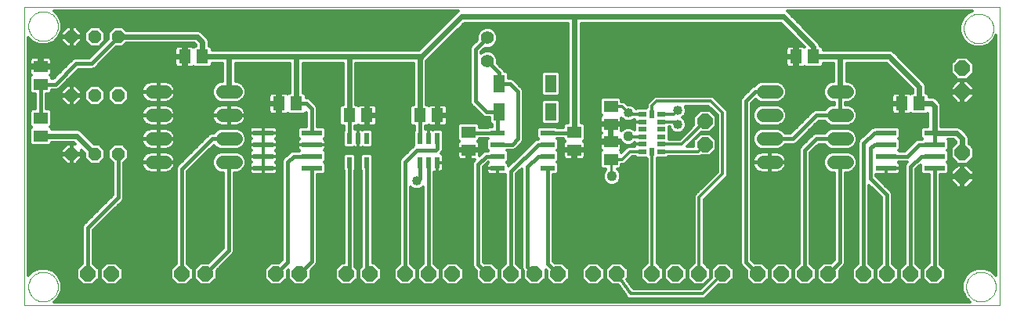
<source format=gtl>
G75*
G70*
%OFA0B0*%
%FSLAX24Y24*%
%IPPOS*%
%LPD*%
%AMOC8*
5,1,8,0,0,1.08239X$1,22.5*
%
%ADD10C,0.0000*%
%ADD11C,0.0560*%
%ADD12R,0.0512X0.0591*%
%ADD13OC8,0.0640*%
%ADD14R,0.0866X0.0236*%
%ADD15R,0.0217X0.0472*%
%ADD16R,0.0610X0.0236*%
%ADD17R,0.0591X0.0512*%
%ADD18R,0.0354X0.0236*%
%ADD19R,0.0236X0.0354*%
%ADD20OC8,0.0560*%
%ADD21R,0.0500X0.0740*%
%ADD22C,0.0560*%
%ADD23C,0.0160*%
%ADD24C,0.0240*%
%ADD25C,0.0120*%
%ADD26C,0.0436*%
%ADD27C,0.0400*%
%ADD28C,0.0100*%
D10*
X000161Y000161D02*
X000161Y012861D01*
X041661Y012861D01*
X041661Y000161D01*
X000161Y000161D01*
X000331Y000961D02*
X000333Y001011D01*
X000339Y001061D01*
X000349Y001110D01*
X000363Y001158D01*
X000380Y001205D01*
X000401Y001250D01*
X000426Y001294D01*
X000454Y001335D01*
X000486Y001374D01*
X000520Y001411D01*
X000557Y001445D01*
X000597Y001475D01*
X000639Y001502D01*
X000683Y001526D01*
X000729Y001547D01*
X000776Y001563D01*
X000824Y001576D01*
X000874Y001585D01*
X000923Y001590D01*
X000974Y001591D01*
X001024Y001588D01*
X001073Y001581D01*
X001122Y001570D01*
X001170Y001555D01*
X001216Y001537D01*
X001261Y001515D01*
X001304Y001489D01*
X001345Y001460D01*
X001384Y001428D01*
X001420Y001393D01*
X001452Y001355D01*
X001482Y001315D01*
X001509Y001272D01*
X001532Y001228D01*
X001551Y001182D01*
X001567Y001134D01*
X001579Y001085D01*
X001587Y001036D01*
X001591Y000986D01*
X001591Y000936D01*
X001587Y000886D01*
X001579Y000837D01*
X001567Y000788D01*
X001551Y000740D01*
X001532Y000694D01*
X001509Y000650D01*
X001482Y000607D01*
X001452Y000567D01*
X001420Y000529D01*
X001384Y000494D01*
X001345Y000462D01*
X001304Y000433D01*
X001261Y000407D01*
X001216Y000385D01*
X001170Y000367D01*
X001122Y000352D01*
X001073Y000341D01*
X001024Y000334D01*
X000974Y000331D01*
X000923Y000332D01*
X000874Y000337D01*
X000824Y000346D01*
X000776Y000359D01*
X000729Y000375D01*
X000683Y000396D01*
X000639Y000420D01*
X000597Y000447D01*
X000557Y000477D01*
X000520Y000511D01*
X000486Y000548D01*
X000454Y000587D01*
X000426Y000628D01*
X000401Y000672D01*
X000380Y000717D01*
X000363Y000764D01*
X000349Y000812D01*
X000339Y000861D01*
X000333Y000911D01*
X000331Y000961D01*
X000331Y012061D02*
X000333Y012111D01*
X000339Y012161D01*
X000349Y012210D01*
X000363Y012258D01*
X000380Y012305D01*
X000401Y012350D01*
X000426Y012394D01*
X000454Y012435D01*
X000486Y012474D01*
X000520Y012511D01*
X000557Y012545D01*
X000597Y012575D01*
X000639Y012602D01*
X000683Y012626D01*
X000729Y012647D01*
X000776Y012663D01*
X000824Y012676D01*
X000874Y012685D01*
X000923Y012690D01*
X000974Y012691D01*
X001024Y012688D01*
X001073Y012681D01*
X001122Y012670D01*
X001170Y012655D01*
X001216Y012637D01*
X001261Y012615D01*
X001304Y012589D01*
X001345Y012560D01*
X001384Y012528D01*
X001420Y012493D01*
X001452Y012455D01*
X001482Y012415D01*
X001509Y012372D01*
X001532Y012328D01*
X001551Y012282D01*
X001567Y012234D01*
X001579Y012185D01*
X001587Y012136D01*
X001591Y012086D01*
X001591Y012036D01*
X001587Y011986D01*
X001579Y011937D01*
X001567Y011888D01*
X001551Y011840D01*
X001532Y011794D01*
X001509Y011750D01*
X001482Y011707D01*
X001452Y011667D01*
X001420Y011629D01*
X001384Y011594D01*
X001345Y011562D01*
X001304Y011533D01*
X001261Y011507D01*
X001216Y011485D01*
X001170Y011467D01*
X001122Y011452D01*
X001073Y011441D01*
X001024Y011434D01*
X000974Y011431D01*
X000923Y011432D01*
X000874Y011437D01*
X000824Y011446D01*
X000776Y011459D01*
X000729Y011475D01*
X000683Y011496D01*
X000639Y011520D01*
X000597Y011547D01*
X000557Y011577D01*
X000520Y011611D01*
X000486Y011648D01*
X000454Y011687D01*
X000426Y011728D01*
X000401Y011772D01*
X000380Y011817D01*
X000363Y011864D01*
X000349Y011912D01*
X000339Y011961D01*
X000333Y012011D01*
X000331Y012061D01*
X040131Y011961D02*
X040133Y012011D01*
X040139Y012061D01*
X040149Y012110D01*
X040163Y012158D01*
X040180Y012205D01*
X040201Y012250D01*
X040226Y012294D01*
X040254Y012335D01*
X040286Y012374D01*
X040320Y012411D01*
X040357Y012445D01*
X040397Y012475D01*
X040439Y012502D01*
X040483Y012526D01*
X040529Y012547D01*
X040576Y012563D01*
X040624Y012576D01*
X040674Y012585D01*
X040723Y012590D01*
X040774Y012591D01*
X040824Y012588D01*
X040873Y012581D01*
X040922Y012570D01*
X040970Y012555D01*
X041016Y012537D01*
X041061Y012515D01*
X041104Y012489D01*
X041145Y012460D01*
X041184Y012428D01*
X041220Y012393D01*
X041252Y012355D01*
X041282Y012315D01*
X041309Y012272D01*
X041332Y012228D01*
X041351Y012182D01*
X041367Y012134D01*
X041379Y012085D01*
X041387Y012036D01*
X041391Y011986D01*
X041391Y011936D01*
X041387Y011886D01*
X041379Y011837D01*
X041367Y011788D01*
X041351Y011740D01*
X041332Y011694D01*
X041309Y011650D01*
X041282Y011607D01*
X041252Y011567D01*
X041220Y011529D01*
X041184Y011494D01*
X041145Y011462D01*
X041104Y011433D01*
X041061Y011407D01*
X041016Y011385D01*
X040970Y011367D01*
X040922Y011352D01*
X040873Y011341D01*
X040824Y011334D01*
X040774Y011331D01*
X040723Y011332D01*
X040674Y011337D01*
X040624Y011346D01*
X040576Y011359D01*
X040529Y011375D01*
X040483Y011396D01*
X040439Y011420D01*
X040397Y011447D01*
X040357Y011477D01*
X040320Y011511D01*
X040286Y011548D01*
X040254Y011587D01*
X040226Y011628D01*
X040201Y011672D01*
X040180Y011717D01*
X040163Y011764D01*
X040149Y011812D01*
X040139Y011861D01*
X040133Y011911D01*
X040131Y011961D01*
X040231Y000961D02*
X040233Y001011D01*
X040239Y001061D01*
X040249Y001110D01*
X040263Y001158D01*
X040280Y001205D01*
X040301Y001250D01*
X040326Y001294D01*
X040354Y001335D01*
X040386Y001374D01*
X040420Y001411D01*
X040457Y001445D01*
X040497Y001475D01*
X040539Y001502D01*
X040583Y001526D01*
X040629Y001547D01*
X040676Y001563D01*
X040724Y001576D01*
X040774Y001585D01*
X040823Y001590D01*
X040874Y001591D01*
X040924Y001588D01*
X040973Y001581D01*
X041022Y001570D01*
X041070Y001555D01*
X041116Y001537D01*
X041161Y001515D01*
X041204Y001489D01*
X041245Y001460D01*
X041284Y001428D01*
X041320Y001393D01*
X041352Y001355D01*
X041382Y001315D01*
X041409Y001272D01*
X041432Y001228D01*
X041451Y001182D01*
X041467Y001134D01*
X041479Y001085D01*
X041487Y001036D01*
X041491Y000986D01*
X041491Y000936D01*
X041487Y000886D01*
X041479Y000837D01*
X041467Y000788D01*
X041451Y000740D01*
X041432Y000694D01*
X041409Y000650D01*
X041382Y000607D01*
X041352Y000567D01*
X041320Y000529D01*
X041284Y000494D01*
X041245Y000462D01*
X041204Y000433D01*
X041161Y000407D01*
X041116Y000385D01*
X041070Y000367D01*
X041022Y000352D01*
X040973Y000341D01*
X040924Y000334D01*
X040874Y000331D01*
X040823Y000332D01*
X040774Y000337D01*
X040724Y000346D01*
X040676Y000359D01*
X040629Y000375D01*
X040583Y000396D01*
X040539Y000420D01*
X040497Y000447D01*
X040457Y000477D01*
X040420Y000511D01*
X040386Y000548D01*
X040354Y000587D01*
X040326Y000628D01*
X040301Y000672D01*
X040280Y000717D01*
X040263Y000764D01*
X040249Y000812D01*
X040239Y000861D01*
X040233Y000911D01*
X040231Y000961D01*
D11*
X035141Y006261D02*
X034581Y006261D01*
X032141Y006261D02*
X031581Y006261D01*
X031581Y007261D02*
X032141Y007261D01*
X034581Y007261D02*
X035141Y007261D01*
X035141Y008261D02*
X034581Y008261D01*
X032141Y008261D02*
X031581Y008261D01*
X031581Y009261D02*
X032141Y009261D01*
X034581Y009261D02*
X035141Y009261D01*
X009141Y009261D02*
X008581Y009261D01*
X006141Y009261D02*
X005581Y009261D01*
X005581Y008261D02*
X006141Y008261D01*
X008581Y008261D02*
X009141Y008261D01*
X009141Y007261D02*
X008581Y007261D01*
X006141Y007261D02*
X005581Y007261D01*
X005581Y006261D02*
X006141Y006261D01*
X008581Y006261D02*
X009141Y006261D01*
D12*
X013987Y008261D03*
X014735Y008261D03*
X016987Y008261D03*
X017735Y008261D03*
X011735Y008761D03*
X010987Y008761D03*
X007735Y010761D03*
X006987Y010761D03*
X032987Y010761D03*
X033735Y010761D03*
X037487Y008761D03*
X038235Y008761D03*
D13*
X040061Y009261D03*
X040061Y010261D03*
X029111Y008011D03*
X029111Y007011D03*
X040061Y006661D03*
X040061Y005661D03*
X038861Y001511D03*
X037861Y001511D03*
X036861Y001511D03*
X035861Y001511D03*
X034361Y001511D03*
X033361Y001511D03*
X032361Y001511D03*
X031361Y001511D03*
X029861Y001511D03*
X028861Y001511D03*
X027861Y001511D03*
X026861Y001511D03*
X025361Y001511D03*
X024361Y001511D03*
X022861Y001511D03*
X021861Y001511D03*
X020861Y001511D03*
X019861Y001511D03*
X018361Y001511D03*
X017361Y001511D03*
X016361Y001511D03*
X014861Y001511D03*
X013861Y001511D03*
X011861Y001511D03*
X010861Y001511D03*
X007861Y001511D03*
X006861Y001511D03*
X003861Y001511D03*
X002861Y001511D03*
D14*
X010338Y006011D03*
X010338Y006511D03*
X010338Y007011D03*
X010338Y007511D03*
X012385Y007511D03*
X012385Y007011D03*
X012385Y006511D03*
X012385Y006011D03*
X036838Y006011D03*
X036838Y006511D03*
X036838Y007011D03*
X036838Y007511D03*
X038885Y007511D03*
X038885Y007011D03*
X038885Y006511D03*
X038885Y006011D03*
D15*
X017735Y006249D03*
X017361Y006249D03*
X016987Y006249D03*
X014735Y006249D03*
X013987Y006249D03*
X013987Y007273D03*
X014361Y007273D03*
X014735Y007273D03*
X016987Y007273D03*
X017361Y007273D03*
X017735Y007273D03*
D16*
X020302Y007511D03*
X020302Y007011D03*
X020302Y006511D03*
X020302Y006011D03*
X022428Y006011D03*
X022428Y006511D03*
X022428Y007011D03*
X022428Y007511D03*
D17*
X023561Y007535D03*
X025111Y007887D03*
X025111Y008635D03*
X025111Y007135D03*
X023561Y006787D03*
X025111Y006387D03*
X019061Y006787D03*
X019061Y007535D03*
X000861Y007387D03*
X000861Y008135D03*
X000861Y009587D03*
X000861Y010335D03*
D18*
X026468Y008299D03*
X026468Y007984D03*
X027255Y007984D03*
X027255Y008299D03*
X027255Y007669D03*
X027255Y007354D03*
X027255Y007039D03*
X026468Y007039D03*
X026468Y007354D03*
X026468Y007669D03*
X026468Y006724D03*
X027255Y006724D03*
D19*
X026861Y006724D03*
X026861Y008299D03*
D20*
X004161Y009111D03*
X003161Y009111D03*
X002161Y009111D03*
X002161Y006611D03*
X003161Y006611D03*
X004161Y006611D03*
X004161Y011611D03*
X003161Y011611D03*
X002161Y011611D03*
D21*
X020361Y009611D03*
X022561Y009611D03*
X022561Y008411D03*
X020361Y008411D03*
D22*
X019861Y010561D03*
X019861Y011561D03*
D23*
X019361Y011061D01*
X019361Y008861D01*
X019811Y008411D01*
X020361Y008411D01*
X020302Y008370D01*
X020302Y007511D01*
X019085Y007511D01*
X019061Y007535D01*
X017735Y007273D02*
X017735Y006835D01*
X017661Y006761D01*
X016861Y006761D01*
X016361Y006261D01*
X016361Y001511D01*
X017361Y001511D02*
X017361Y006249D01*
X016987Y006249D02*
X016987Y005587D01*
X016861Y005461D01*
X014735Y006249D02*
X014735Y001637D01*
X014861Y001511D01*
X013987Y001637D02*
X013861Y001511D01*
X013987Y001637D02*
X013987Y006249D01*
X012385Y006011D02*
X012385Y002035D01*
X011861Y001511D01*
X011361Y002011D02*
X010861Y001511D01*
X011361Y002011D02*
X011361Y006261D01*
X011611Y006511D01*
X012385Y006511D01*
X013987Y007273D02*
X013987Y008261D01*
X012385Y008538D02*
X012161Y008761D01*
X011735Y008761D01*
X012385Y008538D02*
X012385Y007511D01*
X008861Y007261D02*
X008161Y007261D01*
X006861Y005961D01*
X006861Y001511D01*
X007861Y001511D02*
X008861Y002511D01*
X008861Y006261D01*
X004161Y006611D02*
X004161Y004761D01*
X002861Y003461D01*
X002861Y001511D01*
X019461Y001911D02*
X019861Y001511D01*
X020861Y001511D02*
X020861Y005861D01*
X022011Y007011D01*
X022428Y007011D01*
X021161Y007261D02*
X020911Y007011D01*
X020302Y007011D01*
X021161Y007261D02*
X021161Y009261D01*
X020811Y009611D01*
X020361Y009611D01*
X020361Y010061D01*
X019861Y010561D01*
X016987Y008261D02*
X016987Y007273D01*
X019461Y006161D02*
X019811Y006511D01*
X020302Y006511D01*
X019461Y006161D02*
X019461Y001911D01*
X021561Y001811D02*
X021861Y001511D01*
X021561Y001811D02*
X021561Y006061D01*
X022011Y006511D01*
X022428Y006511D01*
X022428Y006011D02*
X022428Y001944D01*
X022861Y001511D01*
X030861Y002011D02*
X031361Y001511D01*
X030861Y002011D02*
X030861Y008861D01*
X031261Y009261D01*
X031861Y009261D01*
X034861Y009261D02*
X034861Y008261D01*
X033861Y008261D01*
X032861Y007261D01*
X031861Y007261D01*
X033361Y006761D02*
X033361Y001511D01*
X034361Y001511D02*
X034861Y002011D01*
X034861Y006261D01*
X033861Y007261D02*
X033361Y006761D01*
X033861Y007261D02*
X034861Y007261D01*
X035861Y007061D02*
X035861Y001511D01*
X036861Y001511D02*
X036861Y004861D01*
X036161Y005561D01*
X036161Y006861D01*
X036311Y007011D01*
X036838Y007011D01*
X036311Y007511D02*
X035861Y007061D01*
X036311Y007511D02*
X036838Y007511D01*
X037711Y006511D02*
X038211Y007011D01*
X038885Y007011D01*
X038885Y007511D01*
X038885Y006511D02*
X038311Y006511D01*
X037861Y006061D01*
X037861Y001511D01*
X038861Y001511D02*
X038885Y001535D01*
X038885Y006011D01*
X037711Y006511D02*
X036838Y006511D01*
X023561Y007535D02*
X023537Y007511D01*
X022428Y007511D01*
X004161Y011611D02*
X003011Y010461D01*
X002361Y010461D01*
X001487Y009587D01*
X000861Y009587D01*
X000861Y008135D01*
D24*
X000861Y007387D02*
X002385Y007387D01*
X003161Y006611D01*
X008861Y009261D02*
X008861Y010761D01*
X011761Y010761D01*
X011735Y010735D01*
X011735Y008761D01*
X013987Y008261D02*
X013987Y010735D01*
X013961Y010761D01*
X017061Y010761D01*
X016987Y010687D01*
X016987Y008261D01*
X023561Y007535D02*
X023561Y012461D01*
X032461Y012461D01*
X033061Y011861D01*
X033735Y011187D01*
X033735Y010761D01*
X034861Y010761D01*
X036961Y010761D01*
X038235Y009487D01*
X038235Y008761D01*
X038761Y008761D01*
X038885Y008638D01*
X038885Y007511D01*
X039811Y007511D01*
X040061Y007261D01*
X040061Y006661D01*
X034861Y009261D02*
X034861Y010761D01*
X023561Y012461D02*
X018761Y012461D01*
X017061Y010761D01*
X013961Y010761D02*
X011761Y010761D01*
X008861Y010761D02*
X007735Y010761D01*
X007735Y011387D01*
X007511Y011611D01*
X004161Y011611D01*
D25*
X003721Y011660D02*
X003601Y011660D01*
X003601Y011779D02*
X003721Y011779D01*
X003721Y011793D02*
X003721Y011511D01*
X002912Y010701D01*
X002314Y010701D01*
X002225Y010665D01*
X002158Y010597D01*
X001388Y009827D01*
X001316Y009827D01*
X001316Y009909D01*
X001265Y009961D01*
X001285Y009981D01*
X001306Y010018D01*
X001316Y010058D01*
X001316Y010275D01*
X000921Y010275D01*
X000921Y010395D01*
X000801Y010395D01*
X000801Y010275D01*
X000406Y010275D01*
X000406Y010058D01*
X000417Y010018D01*
X000438Y009981D01*
X000458Y009961D01*
X000406Y009909D01*
X000406Y009265D01*
X000500Y009171D01*
X000621Y009171D01*
X000621Y008551D01*
X000500Y008551D01*
X000406Y008457D01*
X000406Y007813D01*
X000458Y007761D01*
X000406Y007709D01*
X000406Y007065D01*
X000500Y006971D01*
X001223Y006971D01*
X001316Y007065D01*
X001316Y007107D01*
X002269Y007107D01*
X002325Y007051D01*
X002181Y007051D01*
X002181Y006631D01*
X002601Y006631D01*
X002601Y006775D01*
X002721Y006655D01*
X002721Y006429D01*
X002979Y006171D01*
X003343Y006171D01*
X003601Y006429D01*
X003601Y006793D01*
X003343Y007051D01*
X003117Y007051D01*
X002544Y007625D01*
X002441Y007667D01*
X002330Y007667D01*
X001316Y007667D01*
X001316Y007709D01*
X001265Y007761D01*
X001316Y007813D01*
X001316Y008457D01*
X001223Y008551D01*
X001101Y008551D01*
X001101Y009171D01*
X001223Y009171D01*
X001316Y009265D01*
X001316Y009347D01*
X001439Y009347D01*
X001535Y009347D01*
X001623Y009384D01*
X002461Y010221D01*
X002964Y010221D01*
X003059Y010221D01*
X003147Y010258D01*
X004061Y011171D01*
X004343Y011171D01*
X004503Y011331D01*
X007395Y011331D01*
X007455Y011271D01*
X007455Y011216D01*
X007413Y011216D01*
X007361Y011165D01*
X007341Y011185D01*
X007305Y011206D01*
X007264Y011216D01*
X007047Y011216D01*
X007047Y010821D01*
X006927Y010821D01*
X006927Y010701D01*
X007047Y010701D01*
X007047Y010306D01*
X007264Y010306D01*
X007305Y010317D01*
X007341Y010338D01*
X007361Y010358D01*
X007413Y010306D01*
X008057Y010306D01*
X008151Y010400D01*
X008151Y010481D01*
X008581Y010481D01*
X008581Y009701D01*
X008494Y009701D01*
X008332Y009634D01*
X008208Y009510D01*
X008141Y009349D01*
X008141Y009174D01*
X008208Y009012D01*
X008332Y008888D01*
X008494Y008821D01*
X009229Y008821D01*
X009390Y008888D01*
X009514Y009012D01*
X009581Y009174D01*
X009581Y009349D01*
X009514Y009510D01*
X009390Y009634D01*
X009229Y009701D01*
X009141Y009701D01*
X009141Y010481D01*
X011455Y010481D01*
X011455Y009216D01*
X011413Y009216D01*
X011361Y009165D01*
X011341Y009185D01*
X011305Y009206D01*
X011264Y009216D01*
X011047Y009216D01*
X011047Y008821D01*
X010927Y008821D01*
X010927Y008701D01*
X011047Y008701D01*
X011047Y008306D01*
X011264Y008306D01*
X011305Y008317D01*
X011341Y008338D01*
X011361Y008358D01*
X011413Y008306D01*
X012057Y008306D01*
X012145Y008393D01*
X012145Y007789D01*
X011886Y007789D01*
X011792Y007696D01*
X011792Y007327D01*
X011859Y007260D01*
X011854Y007257D01*
X011824Y007228D01*
X011803Y007191D01*
X011792Y007150D01*
X011792Y007011D01*
X011792Y006872D01*
X011803Y006831D01*
X011824Y006795D01*
X011854Y006765D01*
X011859Y006762D01*
X011847Y006751D01*
X011659Y006751D01*
X011564Y006751D01*
X011475Y006715D01*
X011225Y006465D01*
X011158Y006397D01*
X011121Y006309D01*
X011121Y002111D01*
X011002Y001991D01*
X010662Y001991D01*
X010381Y001710D01*
X010381Y001312D01*
X010662Y001031D01*
X011060Y001031D01*
X011341Y001312D01*
X011341Y001652D01*
X011381Y001692D01*
X011381Y001312D01*
X011662Y001031D01*
X012060Y001031D01*
X012341Y001312D01*
X012341Y001652D01*
X012588Y001899D01*
X012625Y001987D01*
X012625Y002083D01*
X012625Y005733D01*
X012884Y005733D01*
X012978Y005827D01*
X012978Y006196D01*
X012912Y006261D01*
X012978Y006327D01*
X012978Y006696D01*
X012911Y006762D01*
X012916Y006765D01*
X012946Y006795D01*
X012967Y006831D01*
X012978Y006872D01*
X012978Y007011D01*
X012385Y007011D01*
X012385Y007011D01*
X012978Y007011D01*
X012978Y007150D01*
X012967Y007191D01*
X012946Y007228D01*
X012916Y007257D01*
X012911Y007260D01*
X012978Y007327D01*
X012978Y007696D01*
X012884Y007789D01*
X012625Y007789D01*
X012625Y008490D01*
X012625Y008585D01*
X012588Y008674D01*
X012365Y008897D01*
X012365Y008897D01*
X012297Y008965D01*
X012209Y009001D01*
X012151Y009001D01*
X012151Y009123D01*
X012057Y009216D01*
X012015Y009216D01*
X012015Y010481D01*
X013707Y010481D01*
X013707Y008716D01*
X013665Y008716D01*
X013571Y008623D01*
X013571Y007900D01*
X013665Y007806D01*
X013747Y007806D01*
X013747Y007604D01*
X013719Y007576D01*
X013719Y006971D01*
X013813Y006877D01*
X014162Y006877D01*
X014179Y006895D01*
X014191Y006888D01*
X014232Y006877D01*
X014361Y006877D01*
X014361Y007273D01*
X014361Y007273D01*
X014361Y007669D01*
X014232Y007669D01*
X014227Y007668D01*
X014227Y007806D01*
X014309Y007806D01*
X014361Y007858D01*
X014381Y007838D01*
X014418Y007817D01*
X014458Y007806D01*
X014675Y007806D01*
X014675Y008201D01*
X014795Y008201D01*
X014795Y007806D01*
X015012Y007806D01*
X015053Y007817D01*
X015089Y007838D01*
X015119Y007868D01*
X015140Y007904D01*
X015151Y007945D01*
X015151Y008201D01*
X014795Y008201D01*
X014795Y008321D01*
X014675Y008321D01*
X014675Y008716D01*
X014458Y008716D01*
X014418Y008706D01*
X014381Y008685D01*
X014361Y008665D01*
X014309Y008716D01*
X014267Y008716D01*
X014267Y010481D01*
X016707Y010481D01*
X016707Y008716D01*
X016665Y008716D01*
X016571Y008623D01*
X016571Y007900D01*
X016665Y007806D01*
X016747Y007806D01*
X016747Y007604D01*
X016719Y007576D01*
X016719Y006971D01*
X016725Y006964D01*
X016225Y006465D01*
X016158Y006397D01*
X016121Y006309D01*
X016121Y001950D01*
X015881Y001710D01*
X015881Y001312D01*
X016162Y001031D01*
X016560Y001031D01*
X016841Y001312D01*
X016841Y001710D01*
X016601Y001950D01*
X016601Y005212D01*
X016657Y005156D01*
X016790Y005101D01*
X016933Y005101D01*
X017065Y005156D01*
X017121Y005212D01*
X017121Y001950D01*
X016881Y001710D01*
X016881Y001312D01*
X017162Y001031D01*
X017560Y001031D01*
X017841Y001312D01*
X017841Y001710D01*
X017601Y001950D01*
X017601Y005855D01*
X017606Y005853D01*
X017735Y005853D01*
X017735Y006249D01*
X017735Y006249D01*
X017735Y005853D01*
X017865Y005853D01*
X017905Y005864D01*
X017942Y005885D01*
X017972Y005915D01*
X017993Y005951D01*
X018004Y005992D01*
X018004Y006249D01*
X017736Y006249D01*
X017736Y006250D01*
X018004Y006250D01*
X018004Y006507D01*
X017993Y006547D01*
X017972Y006584D01*
X017942Y006614D01*
X017905Y006635D01*
X017881Y006641D01*
X017939Y006699D01*
X017975Y006788D01*
X017975Y006883D01*
X017975Y006942D01*
X018004Y006971D01*
X018004Y007576D01*
X017910Y007669D01*
X017561Y007669D01*
X017543Y007652D01*
X017531Y007658D01*
X017491Y007669D01*
X017361Y007669D01*
X017232Y007669D01*
X017227Y007668D01*
X017227Y007806D01*
X017309Y007806D01*
X017361Y007858D01*
X017381Y007838D01*
X017418Y007817D01*
X017458Y007806D01*
X017675Y007806D01*
X017675Y008201D01*
X017795Y008201D01*
X017795Y007806D01*
X018012Y007806D01*
X018053Y007817D01*
X018089Y007838D01*
X018119Y007868D01*
X018140Y007904D01*
X018151Y007945D01*
X018151Y008201D01*
X017795Y008201D01*
X017795Y008321D01*
X017675Y008321D01*
X017675Y008716D01*
X017458Y008716D01*
X017418Y008706D01*
X017381Y008685D01*
X017361Y008665D01*
X017309Y008716D01*
X017267Y008716D01*
X017267Y010571D01*
X017299Y010603D01*
X018877Y012181D01*
X023281Y012181D01*
X023281Y007951D01*
X023200Y007951D01*
X023106Y007857D01*
X023106Y007751D01*
X022838Y007751D01*
X022800Y007789D01*
X022057Y007789D01*
X021963Y007696D01*
X021963Y007327D01*
X022029Y007261D01*
X022019Y007251D01*
X021964Y007251D01*
X021875Y007215D01*
X020767Y006107D01*
X020767Y006150D01*
X020756Y006191D01*
X020735Y006228D01*
X020706Y006257D01*
X020701Y006260D01*
X020767Y006327D01*
X020767Y006696D01*
X020702Y006761D01*
X020712Y006771D01*
X020864Y006771D01*
X020959Y006771D01*
X021047Y006808D01*
X021365Y007125D01*
X021401Y007214D01*
X021401Y007309D01*
X021401Y009309D01*
X021365Y009397D01*
X021297Y009465D01*
X020947Y009815D01*
X020859Y009851D01*
X020771Y009851D01*
X020771Y010048D01*
X020678Y010141D01*
X020588Y010141D01*
X020565Y010197D01*
X020497Y010265D01*
X020297Y010464D01*
X020301Y010474D01*
X020301Y010649D01*
X020234Y010810D01*
X020110Y010934D01*
X019949Y011001D01*
X019774Y011001D01*
X019612Y010934D01*
X019601Y010923D01*
X019601Y010962D01*
X019764Y011125D01*
X019774Y011121D01*
X019949Y011121D01*
X020110Y011188D01*
X020234Y011312D01*
X020301Y011474D01*
X020301Y011649D01*
X020234Y011810D01*
X020110Y011934D01*
X019949Y012001D01*
X019774Y012001D01*
X019612Y011934D01*
X019488Y011810D01*
X019421Y011649D01*
X019421Y011474D01*
X019425Y011464D01*
X019225Y011265D01*
X019158Y011197D01*
X019121Y011109D01*
X019121Y008909D01*
X019121Y008814D01*
X019158Y008725D01*
X019675Y008208D01*
X019764Y008171D01*
X019859Y008171D01*
X019951Y008171D01*
X019951Y007975D01*
X020045Y007881D01*
X020062Y007881D01*
X020062Y007789D01*
X019931Y007789D01*
X019893Y007751D01*
X019516Y007751D01*
X019516Y007857D01*
X019423Y007951D01*
X018700Y007951D01*
X018606Y007857D01*
X018606Y007213D01*
X018658Y007161D01*
X018638Y007141D01*
X018617Y007105D01*
X018606Y007064D01*
X018606Y006847D01*
X019001Y006847D01*
X019001Y006727D01*
X018606Y006727D01*
X018606Y006510D01*
X018617Y006470D01*
X018638Y006433D01*
X018668Y006403D01*
X018704Y006382D01*
X018745Y006371D01*
X019001Y006371D01*
X019001Y006727D01*
X019121Y006727D01*
X019121Y006371D01*
X019332Y006371D01*
X019325Y006365D01*
X019258Y006297D01*
X019221Y006209D01*
X019221Y001959D01*
X019221Y001864D01*
X019258Y001775D01*
X019381Y001652D01*
X019381Y001312D01*
X019662Y001031D01*
X020060Y001031D01*
X020341Y001312D01*
X020341Y001710D01*
X020060Y001991D01*
X019721Y001991D01*
X019701Y002011D01*
X019701Y006062D01*
X019902Y006262D01*
X019904Y006260D01*
X019899Y006257D01*
X019869Y006228D01*
X019848Y006191D01*
X019837Y006150D01*
X019837Y006011D01*
X019837Y005872D01*
X019848Y005831D01*
X019869Y005795D01*
X019899Y005765D01*
X019935Y005744D01*
X019976Y005733D01*
X020302Y005733D01*
X020302Y006011D01*
X020302Y006011D01*
X019837Y006011D01*
X020302Y006011D01*
X020302Y006011D01*
X020302Y005733D01*
X020621Y005733D01*
X019701Y005733D01*
X019701Y005851D02*
X019843Y005851D01*
X019837Y005970D02*
X019701Y005970D01*
X019728Y006088D02*
X019837Y006088D01*
X019846Y006207D02*
X019857Y006207D01*
X019286Y006326D02*
X018004Y006326D01*
X018004Y006444D02*
X018632Y006444D01*
X018606Y006563D02*
X017984Y006563D01*
X017921Y006681D02*
X018606Y006681D01*
X019001Y006681D02*
X019121Y006681D01*
X019121Y006727D02*
X019121Y006847D01*
X019516Y006847D01*
X019516Y007064D01*
X019506Y007105D01*
X019485Y007141D01*
X019465Y007161D01*
X019516Y007213D01*
X019516Y007271D01*
X019893Y007271D01*
X019903Y007261D01*
X019837Y007196D01*
X019837Y006827D01*
X019903Y006761D01*
X019893Y006751D01*
X019859Y006751D01*
X019764Y006751D01*
X019675Y006715D01*
X019516Y006556D01*
X019516Y006727D01*
X019121Y006727D01*
X019121Y006800D02*
X019864Y006800D01*
X019837Y006918D02*
X019516Y006918D01*
X019516Y007037D02*
X019837Y007037D01*
X019837Y007155D02*
X019471Y007155D01*
X019001Y006800D02*
X017975Y006800D01*
X017975Y006918D02*
X018606Y006918D01*
X018606Y007037D02*
X018004Y007037D01*
X018004Y007155D02*
X018652Y007155D01*
X018606Y007274D02*
X018004Y007274D01*
X018004Y007392D02*
X018606Y007392D01*
X018606Y007511D02*
X018004Y007511D01*
X017950Y007629D02*
X018606Y007629D01*
X018606Y007748D02*
X017227Y007748D01*
X017361Y007669D02*
X017361Y007273D01*
X017361Y007273D01*
X017361Y007669D01*
X017361Y007629D02*
X017361Y007629D01*
X017361Y007511D02*
X017361Y007511D01*
X017361Y007392D02*
X017361Y007392D01*
X017361Y007274D02*
X017361Y007274D01*
X016719Y007274D02*
X015004Y007274D01*
X015004Y007392D02*
X016719Y007392D01*
X016719Y007511D02*
X015004Y007511D01*
X015004Y007576D02*
X014910Y007669D01*
X014561Y007669D01*
X014543Y007652D01*
X014531Y007658D01*
X014491Y007669D01*
X014361Y007669D01*
X014361Y007273D01*
X014361Y007273D01*
X014361Y006877D01*
X014491Y006877D01*
X014531Y006888D01*
X014543Y006895D01*
X014561Y006877D01*
X014910Y006877D01*
X015004Y006971D01*
X015004Y007576D01*
X014950Y007629D02*
X016747Y007629D01*
X016747Y007748D02*
X014227Y007748D01*
X014361Y007629D02*
X014361Y007629D01*
X014361Y007511D02*
X014361Y007511D01*
X014361Y007392D02*
X014361Y007392D01*
X014361Y007274D02*
X014361Y007274D01*
X014361Y007155D02*
X014361Y007155D01*
X014361Y007037D02*
X014361Y007037D01*
X014361Y006918D02*
X014361Y006918D01*
X014951Y006918D02*
X016679Y006918D01*
X016719Y007037D02*
X015004Y007037D01*
X015004Y007155D02*
X016719Y007155D01*
X016560Y006800D02*
X012949Y006800D01*
X012978Y006918D02*
X013771Y006918D01*
X013719Y007037D02*
X012978Y007037D01*
X012977Y007155D02*
X013719Y007155D01*
X013719Y007274D02*
X012925Y007274D01*
X012978Y007392D02*
X013719Y007392D01*
X013719Y007511D02*
X012978Y007511D01*
X012978Y007629D02*
X013747Y007629D01*
X013747Y007748D02*
X012926Y007748D01*
X012625Y007867D02*
X013604Y007867D01*
X013571Y007985D02*
X012625Y007985D01*
X012625Y008104D02*
X013571Y008104D01*
X013571Y008222D02*
X012625Y008222D01*
X012625Y008341D02*
X013571Y008341D01*
X013571Y008459D02*
X012625Y008459D01*
X012625Y008578D02*
X013571Y008578D01*
X013645Y008696D02*
X012566Y008696D01*
X012447Y008815D02*
X013707Y008815D01*
X013707Y008933D02*
X012328Y008933D01*
X012151Y009052D02*
X013707Y009052D01*
X013707Y009171D02*
X012103Y009171D01*
X012015Y009289D02*
X013707Y009289D01*
X013707Y009408D02*
X012015Y009408D01*
X012015Y009526D02*
X013707Y009526D01*
X013707Y009645D02*
X012015Y009645D01*
X012015Y009763D02*
X013707Y009763D01*
X013707Y009882D02*
X012015Y009882D01*
X012015Y010000D02*
X013707Y010000D01*
X013707Y010119D02*
X012015Y010119D01*
X012015Y010237D02*
X013707Y010237D01*
X013707Y010356D02*
X012015Y010356D01*
X012015Y010475D02*
X013707Y010475D01*
X014267Y010475D02*
X016707Y010475D01*
X016707Y010356D02*
X014267Y010356D01*
X014267Y010237D02*
X016707Y010237D01*
X016707Y010119D02*
X014267Y010119D01*
X014267Y010000D02*
X016707Y010000D01*
X016707Y009882D02*
X014267Y009882D01*
X014267Y009763D02*
X016707Y009763D01*
X016707Y009645D02*
X014267Y009645D01*
X014267Y009526D02*
X016707Y009526D01*
X016707Y009408D02*
X014267Y009408D01*
X014267Y009289D02*
X016707Y009289D01*
X016707Y009171D02*
X014267Y009171D01*
X014267Y009052D02*
X016707Y009052D01*
X016707Y008933D02*
X014267Y008933D01*
X014267Y008815D02*
X016707Y008815D01*
X016645Y008696D02*
X015069Y008696D01*
X015053Y008706D02*
X015089Y008685D01*
X015119Y008655D01*
X015140Y008618D01*
X015151Y008578D01*
X016571Y008578D01*
X016571Y008459D02*
X015151Y008459D01*
X015151Y008341D02*
X016571Y008341D01*
X016571Y008222D02*
X014795Y008222D01*
X014795Y008321D02*
X015151Y008321D01*
X015151Y008578D01*
X015053Y008706D02*
X015012Y008716D01*
X014795Y008716D01*
X014795Y008321D01*
X014795Y008341D02*
X014675Y008341D01*
X014675Y008459D02*
X014795Y008459D01*
X014795Y008578D02*
X014675Y008578D01*
X014675Y008696D02*
X014795Y008696D01*
X014402Y008696D02*
X014330Y008696D01*
X014675Y008104D02*
X014795Y008104D01*
X014795Y007985D02*
X014675Y007985D01*
X014675Y007867D02*
X014795Y007867D01*
X015118Y007867D02*
X016604Y007867D01*
X016571Y007985D02*
X015151Y007985D01*
X015151Y008104D02*
X016571Y008104D01*
X017675Y008104D02*
X017795Y008104D01*
X017795Y008222D02*
X019661Y008222D01*
X019542Y008341D02*
X018151Y008341D01*
X018151Y008321D02*
X017795Y008321D01*
X017795Y008716D01*
X018012Y008716D01*
X018053Y008706D01*
X018089Y008685D01*
X018119Y008655D01*
X018140Y008618D01*
X018151Y008578D01*
X019305Y008578D01*
X019187Y008696D02*
X018069Y008696D01*
X018151Y008578D02*
X018151Y008321D01*
X018151Y008459D02*
X019424Y008459D01*
X019951Y008104D02*
X018151Y008104D01*
X018151Y007985D02*
X019951Y007985D01*
X020062Y007867D02*
X019507Y007867D01*
X018615Y007867D02*
X018118Y007867D01*
X017795Y007867D02*
X017675Y007867D01*
X017675Y007985D02*
X017795Y007985D01*
X017795Y008341D02*
X017675Y008341D01*
X017675Y008459D02*
X017795Y008459D01*
X017795Y008578D02*
X017675Y008578D01*
X017675Y008696D02*
X017795Y008696D01*
X017402Y008696D02*
X017330Y008696D01*
X017267Y008815D02*
X019121Y008815D01*
X019121Y008933D02*
X017267Y008933D01*
X017267Y009052D02*
X019121Y009052D01*
X019121Y009171D02*
X017267Y009171D01*
X017267Y009289D02*
X019121Y009289D01*
X019121Y009408D02*
X017267Y009408D01*
X017267Y009526D02*
X019121Y009526D01*
X019121Y009645D02*
X017267Y009645D01*
X017267Y009763D02*
X019121Y009763D01*
X019121Y009882D02*
X017267Y009882D01*
X017267Y010000D02*
X019121Y010000D01*
X019121Y010119D02*
X017267Y010119D01*
X017267Y010237D02*
X019121Y010237D01*
X019121Y010356D02*
X017267Y010356D01*
X017267Y010475D02*
X019121Y010475D01*
X019121Y010593D02*
X017289Y010593D01*
X017299Y010603D02*
X017299Y010603D01*
X017408Y010712D02*
X019121Y010712D01*
X019121Y010830D02*
X017526Y010830D01*
X017645Y010949D02*
X019121Y010949D01*
X019121Y011067D02*
X017763Y011067D01*
X017882Y011186D02*
X019153Y011186D01*
X019265Y011304D02*
X018000Y011304D01*
X018119Y011423D02*
X019383Y011423D01*
X019421Y011541D02*
X018237Y011541D01*
X018356Y011660D02*
X019426Y011660D01*
X019475Y011779D02*
X018474Y011779D01*
X018593Y011897D02*
X019575Y011897D01*
X020148Y011897D02*
X023281Y011897D01*
X023281Y011779D02*
X020248Y011779D01*
X020297Y011660D02*
X023281Y011660D01*
X023281Y011541D02*
X020301Y011541D01*
X020280Y011423D02*
X023281Y011423D01*
X023281Y011304D02*
X020227Y011304D01*
X020105Y011186D02*
X023281Y011186D01*
X023281Y011067D02*
X019707Y011067D01*
X019647Y010949D02*
X019601Y010949D01*
X020076Y010949D02*
X023281Y010949D01*
X023281Y010830D02*
X020215Y010830D01*
X020275Y010712D02*
X023281Y010712D01*
X023281Y010593D02*
X020301Y010593D01*
X020301Y010475D02*
X023281Y010475D01*
X023281Y010356D02*
X020406Y010356D01*
X020524Y010237D02*
X023281Y010237D01*
X023281Y010119D02*
X022900Y010119D01*
X022878Y010141D02*
X022245Y010141D01*
X022151Y010048D01*
X022151Y009175D01*
X022245Y009081D01*
X022878Y009081D01*
X022971Y009175D01*
X022971Y010048D01*
X022878Y010141D01*
X022971Y010000D02*
X023281Y010000D01*
X023281Y009882D02*
X022971Y009882D01*
X022971Y009763D02*
X023281Y009763D01*
X023281Y009645D02*
X022971Y009645D01*
X022971Y009526D02*
X023281Y009526D01*
X023281Y009408D02*
X022971Y009408D01*
X022971Y009289D02*
X023281Y009289D01*
X023281Y009171D02*
X022967Y009171D01*
X023281Y009052D02*
X021401Y009052D01*
X021401Y008933D02*
X022237Y008933D01*
X022245Y008941D02*
X022151Y008848D01*
X022151Y007975D01*
X022245Y007881D01*
X022878Y007881D01*
X022971Y007975D01*
X022971Y008848D01*
X022878Y008941D01*
X022245Y008941D01*
X022151Y008815D02*
X021401Y008815D01*
X021401Y008696D02*
X022151Y008696D01*
X022151Y008578D02*
X021401Y008578D01*
X021401Y008459D02*
X022151Y008459D01*
X022151Y008341D02*
X021401Y008341D01*
X021401Y008222D02*
X022151Y008222D01*
X022151Y008104D02*
X021401Y008104D01*
X021401Y007985D02*
X022151Y007985D01*
X021401Y007867D02*
X023115Y007867D01*
X022971Y007985D02*
X023281Y007985D01*
X023281Y008104D02*
X022971Y008104D01*
X022971Y008222D02*
X023281Y008222D01*
X023281Y008341D02*
X022971Y008341D01*
X022971Y008459D02*
X023281Y008459D01*
X023281Y008578D02*
X022971Y008578D01*
X022971Y008696D02*
X023281Y008696D01*
X023281Y008815D02*
X022971Y008815D01*
X022885Y008933D02*
X023281Y008933D01*
X023841Y008933D02*
X024656Y008933D01*
X024656Y008957D02*
X024656Y008313D01*
X024708Y008261D01*
X024688Y008241D01*
X024667Y008205D01*
X024656Y008164D01*
X024656Y007947D01*
X025051Y007947D01*
X025051Y007827D01*
X024656Y007827D01*
X024656Y007610D01*
X024667Y007570D01*
X024688Y007533D01*
X024710Y007511D01*
X024688Y007489D01*
X024667Y007453D01*
X024656Y007412D01*
X024656Y007195D01*
X025051Y007195D01*
X025051Y007075D01*
X024656Y007075D01*
X024656Y006858D01*
X024667Y006818D01*
X024688Y006781D01*
X024708Y006761D01*
X024656Y006709D01*
X024656Y006065D01*
X024750Y005971D01*
X024901Y005971D01*
X024901Y005936D01*
X024841Y005875D01*
X024783Y005736D01*
X024783Y005586D01*
X024841Y005447D01*
X024947Y005341D01*
X025086Y005283D01*
X025236Y005283D01*
X025375Y005341D01*
X025482Y005447D01*
X025539Y005586D01*
X025539Y005736D01*
X025482Y005875D01*
X025386Y005971D01*
X025473Y005971D01*
X025566Y006065D01*
X025566Y006167D01*
X025678Y006167D01*
X025807Y006296D01*
X026015Y006504D01*
X026166Y006504D01*
X026224Y006446D01*
X026618Y006446D01*
X026641Y006422D01*
X026641Y001970D01*
X026381Y001710D01*
X026381Y001312D01*
X026662Y001031D01*
X027060Y001031D01*
X027341Y001312D01*
X027341Y001710D01*
X027081Y001970D01*
X027081Y006422D01*
X027105Y006446D01*
X027498Y006446D01*
X027556Y006504D01*
X028733Y006504D01*
X028915Y006504D01*
X028942Y006531D01*
X029310Y006531D01*
X029591Y006812D01*
X029591Y007210D01*
X029310Y007491D01*
X028912Y007491D01*
X028631Y007210D01*
X028631Y006944D01*
X028355Y006944D01*
X028942Y007531D01*
X029310Y007531D01*
X029591Y007812D01*
X029591Y008210D01*
X029310Y008491D01*
X028912Y008491D01*
X028631Y008210D01*
X028631Y007842D01*
X028048Y007259D01*
X027592Y007259D01*
X027592Y007484D01*
X027592Y007764D01*
X027612Y007764D01*
X027656Y007657D01*
X027757Y007556D01*
X027890Y007501D01*
X028033Y007501D01*
X028165Y007556D01*
X028266Y007657D01*
X028321Y007790D01*
X028321Y007933D01*
X028266Y008065D01*
X028170Y008161D01*
X028266Y008257D01*
X028321Y008390D01*
X028321Y008533D01*
X028276Y008641D01*
X029270Y008641D01*
X029641Y008270D01*
X029641Y005852D01*
X028770Y004981D01*
X028641Y004852D01*
X028641Y001970D01*
X028381Y001710D01*
X028381Y001312D01*
X028662Y001031D01*
X029060Y001031D01*
X029341Y001312D01*
X029341Y001710D01*
X029081Y001970D01*
X029081Y004670D01*
X030081Y005670D01*
X030081Y005852D01*
X030081Y008452D01*
X029952Y008581D01*
X029452Y009081D01*
X029270Y009081D01*
X026970Y009081D01*
X026841Y008952D01*
X026641Y008752D01*
X026641Y008600D01*
X026618Y008577D01*
X026224Y008577D01*
X026180Y008533D01*
X026166Y008565D01*
X026065Y008666D01*
X025933Y008721D01*
X025812Y008721D01*
X025678Y008855D01*
X025566Y008855D01*
X025566Y008957D01*
X025473Y009051D01*
X024750Y009051D01*
X024656Y008957D01*
X024656Y008815D02*
X023841Y008815D01*
X023841Y008696D02*
X024656Y008696D01*
X024656Y008578D02*
X023841Y008578D01*
X023841Y008459D02*
X024656Y008459D01*
X024656Y008341D02*
X023841Y008341D01*
X023841Y008222D02*
X024677Y008222D01*
X024656Y008104D02*
X023841Y008104D01*
X023841Y007985D02*
X024656Y007985D01*
X025051Y007867D02*
X024007Y007867D01*
X024016Y007857D02*
X023923Y007951D01*
X023841Y007951D01*
X023841Y012181D01*
X032345Y012181D01*
X032824Y011703D01*
X033362Y011165D01*
X033361Y011165D01*
X033341Y011185D01*
X033305Y011206D01*
X033264Y011216D01*
X033047Y011216D01*
X033047Y010821D01*
X032927Y010821D01*
X032927Y010701D01*
X033047Y010701D01*
X033047Y010306D01*
X033264Y010306D01*
X033305Y010317D01*
X033341Y010338D01*
X033361Y010358D01*
X033413Y010306D01*
X034057Y010306D01*
X034151Y010400D01*
X034151Y010481D01*
X034581Y010481D01*
X034581Y009701D01*
X034494Y009701D01*
X034332Y009634D01*
X034208Y009510D01*
X034141Y009349D01*
X034141Y009174D01*
X034208Y009012D01*
X034332Y008888D01*
X034494Y008821D01*
X034621Y008821D01*
X034621Y008701D01*
X034494Y008701D01*
X034332Y008634D01*
X034208Y008510D01*
X034204Y008501D01*
X033814Y008501D01*
X033725Y008465D01*
X033658Y008397D01*
X032762Y007501D01*
X032518Y007501D01*
X032514Y007510D01*
X032390Y007634D01*
X032229Y007701D01*
X031494Y007701D01*
X031332Y007634D01*
X031208Y007510D01*
X031141Y007349D01*
X031141Y007174D01*
X031208Y007012D01*
X031332Y006888D01*
X031494Y006821D01*
X032229Y006821D01*
X032390Y006888D01*
X032514Y007012D01*
X032518Y007021D01*
X032814Y007021D01*
X032909Y007021D01*
X032997Y007058D01*
X033961Y008021D01*
X034204Y008021D01*
X034208Y008012D01*
X034332Y007888D01*
X034494Y007821D01*
X035229Y007821D01*
X035390Y007888D01*
X035514Y008012D01*
X035581Y008174D01*
X035581Y008349D01*
X035514Y008510D01*
X035390Y008634D01*
X035229Y008701D01*
X035101Y008701D01*
X035101Y008821D01*
X035229Y008821D01*
X035390Y008888D01*
X035514Y009012D01*
X035581Y009174D01*
X035581Y009349D01*
X035514Y009510D01*
X035390Y009634D01*
X035229Y009701D01*
X035141Y009701D01*
X035141Y010481D01*
X036845Y010481D01*
X037955Y009371D01*
X037955Y009216D01*
X037913Y009216D01*
X037861Y009165D01*
X037841Y009185D01*
X037805Y009206D01*
X037764Y009216D01*
X037547Y009216D01*
X037547Y008821D01*
X037427Y008821D01*
X037427Y008701D01*
X037547Y008701D01*
X037547Y008306D01*
X037764Y008306D01*
X037805Y008317D01*
X037841Y008338D01*
X037861Y008358D01*
X037913Y008306D01*
X038557Y008306D01*
X038605Y008353D01*
X038605Y007789D01*
X038386Y007789D01*
X038292Y007696D01*
X038292Y007327D01*
X038357Y007261D01*
X038347Y007251D01*
X038259Y007251D01*
X038164Y007251D01*
X038075Y007215D01*
X037612Y006751D01*
X037375Y006751D01*
X037365Y006761D01*
X037431Y006827D01*
X037431Y007196D01*
X037365Y007261D01*
X037431Y007327D01*
X037431Y007696D01*
X037337Y007789D01*
X036338Y007789D01*
X036300Y007751D01*
X036264Y007751D01*
X036175Y007715D01*
X035725Y007265D01*
X035658Y007197D01*
X035621Y007109D01*
X035621Y001950D01*
X035381Y001710D01*
X035381Y001312D01*
X035662Y001031D01*
X036060Y001031D01*
X036341Y001312D01*
X036341Y001710D01*
X036101Y001950D01*
X036101Y005282D01*
X036621Y004762D01*
X036621Y001950D01*
X036381Y001710D01*
X036381Y001312D01*
X036662Y001031D01*
X037060Y001031D01*
X037341Y001312D01*
X037341Y001710D01*
X037101Y001950D01*
X037101Y004909D01*
X037065Y004997D01*
X036997Y005065D01*
X036401Y005661D01*
X036401Y005733D01*
X037621Y005733D01*
X037621Y005851D02*
X037425Y005851D01*
X037420Y005831D02*
X037431Y005872D01*
X037431Y006011D01*
X036838Y006011D01*
X036838Y006011D01*
X036838Y005733D01*
X037292Y005733D01*
X037332Y005744D01*
X037369Y005765D01*
X037399Y005795D01*
X037420Y005831D01*
X037431Y005970D02*
X037621Y005970D01*
X037621Y006014D02*
X037621Y001950D01*
X037381Y001710D01*
X037381Y001312D01*
X037662Y001031D01*
X038060Y001031D01*
X038341Y001312D01*
X038341Y001710D01*
X038101Y001950D01*
X038101Y005962D01*
X038292Y006152D01*
X038292Y005827D01*
X038386Y005733D01*
X038645Y005733D01*
X038101Y005733D01*
X038101Y005851D02*
X038292Y005851D01*
X038292Y005970D02*
X038109Y005970D01*
X038228Y006088D02*
X038292Y006088D01*
X037732Y006271D02*
X037658Y006197D01*
X037621Y006109D01*
X037621Y006014D01*
X037621Y006088D02*
X037431Y006088D01*
X037431Y006150D02*
X037431Y006011D01*
X036838Y006011D01*
X036837Y006011D01*
X036837Y005733D01*
X036401Y005733D01*
X036448Y005614D02*
X037621Y005614D01*
X037621Y005496D02*
X036566Y005496D01*
X036685Y005377D02*
X037621Y005377D01*
X037621Y005259D02*
X036803Y005259D01*
X036922Y005140D02*
X037621Y005140D01*
X037621Y005022D02*
X037040Y005022D01*
X037101Y004903D02*
X037621Y004903D01*
X037621Y004784D02*
X037101Y004784D01*
X037101Y004666D02*
X037621Y004666D01*
X037621Y004547D02*
X037101Y004547D01*
X037101Y004429D02*
X037621Y004429D01*
X037621Y004310D02*
X037101Y004310D01*
X037101Y004192D02*
X037621Y004192D01*
X037621Y004073D02*
X037101Y004073D01*
X037101Y003955D02*
X037621Y003955D01*
X037621Y003836D02*
X037101Y003836D01*
X037101Y003718D02*
X037621Y003718D01*
X037621Y003599D02*
X037101Y003599D01*
X037101Y003480D02*
X037621Y003480D01*
X037621Y003362D02*
X037101Y003362D01*
X037101Y003243D02*
X037621Y003243D01*
X037621Y003125D02*
X037101Y003125D01*
X037101Y003006D02*
X037621Y003006D01*
X037621Y002888D02*
X037101Y002888D01*
X037101Y002769D02*
X037621Y002769D01*
X037621Y002651D02*
X037101Y002651D01*
X037101Y002532D02*
X037621Y002532D01*
X037621Y002414D02*
X037101Y002414D01*
X037101Y002295D02*
X037621Y002295D01*
X037621Y002176D02*
X037101Y002176D01*
X037101Y002058D02*
X037621Y002058D01*
X037611Y001939D02*
X037112Y001939D01*
X037230Y001821D02*
X037492Y001821D01*
X037381Y001702D02*
X037341Y001702D01*
X037341Y001584D02*
X037381Y001584D01*
X037381Y001465D02*
X037341Y001465D01*
X037341Y001347D02*
X037381Y001347D01*
X037466Y001228D02*
X037257Y001228D01*
X037138Y001110D02*
X037584Y001110D01*
X038138Y001110D02*
X038584Y001110D01*
X038662Y001031D02*
X039060Y001031D01*
X039341Y001312D01*
X039341Y001710D01*
X039125Y001926D01*
X039125Y005733D01*
X039384Y005733D01*
X039478Y005827D01*
X039478Y006196D01*
X039412Y006261D01*
X039478Y006327D01*
X039478Y006696D01*
X039412Y006761D01*
X039478Y006827D01*
X039478Y007196D01*
X039442Y007231D01*
X039695Y007231D01*
X039781Y007145D01*
X039781Y007060D01*
X039581Y006860D01*
X039581Y006462D01*
X039862Y006181D01*
X040260Y006181D01*
X040541Y006462D01*
X040541Y006860D01*
X040341Y007060D01*
X040341Y007317D01*
X040299Y007420D01*
X040220Y007499D01*
X040220Y007499D01*
X040049Y007670D01*
X039970Y007749D01*
X039867Y007791D01*
X039165Y007791D01*
X039165Y008582D01*
X039165Y008693D01*
X039122Y008796D01*
X038920Y008999D01*
X038817Y009041D01*
X038706Y009041D01*
X038651Y009041D01*
X038651Y009123D01*
X038557Y009216D01*
X038515Y009216D01*
X038515Y009432D01*
X038515Y009543D01*
X038473Y009646D01*
X037120Y010999D01*
X037017Y011041D01*
X036906Y011041D01*
X034806Y011041D01*
X034151Y011041D01*
X034151Y011123D01*
X034057Y011216D01*
X034015Y011216D01*
X034015Y011243D01*
X033973Y011346D01*
X033220Y012099D01*
X032620Y012699D01*
X032613Y012701D01*
X040484Y012701D01*
X040314Y012631D01*
X040092Y012409D01*
X039971Y012118D01*
X039971Y011804D01*
X040092Y011514D01*
X040314Y011292D01*
X040604Y011171D01*
X040918Y011171D01*
X041209Y011292D01*
X041431Y011514D01*
X041501Y011684D01*
X041501Y001438D01*
X041309Y001631D01*
X041018Y001751D01*
X040704Y001751D01*
X040414Y001631D01*
X040192Y001409D01*
X040071Y001118D01*
X040071Y000804D01*
X040192Y000514D01*
X040384Y000321D01*
X001438Y000321D01*
X001631Y000514D01*
X001751Y000804D01*
X001751Y001118D01*
X001631Y001409D01*
X001409Y001631D01*
X001118Y001751D01*
X000804Y001751D01*
X000514Y001631D01*
X000321Y001438D01*
X000321Y011584D01*
X000514Y011392D01*
X000804Y011271D01*
X001118Y011271D01*
X001409Y011392D01*
X001631Y011614D01*
X001751Y011904D01*
X001751Y012218D01*
X001631Y012509D01*
X001438Y012701D01*
X018609Y012701D01*
X018603Y012699D01*
X018524Y012620D01*
X016945Y011041D01*
X013906Y011041D01*
X011817Y011041D01*
X011706Y011041D01*
X008806Y011041D01*
X008151Y011041D01*
X008151Y011123D01*
X008057Y011216D01*
X008015Y011216D01*
X008015Y011443D01*
X007973Y011546D01*
X007894Y011625D01*
X007894Y011625D01*
X007670Y011849D01*
X007567Y011891D01*
X007456Y011891D01*
X004503Y011891D01*
X004343Y012051D01*
X003979Y012051D01*
X003721Y011793D01*
X003601Y011793D02*
X003343Y012051D01*
X002979Y012051D01*
X002721Y011793D01*
X002721Y011429D01*
X002979Y011171D01*
X003343Y011171D01*
X003601Y011429D01*
X003601Y011793D01*
X003498Y011897D02*
X003825Y011897D01*
X003943Y012016D02*
X003379Y012016D01*
X002943Y012016D02*
X002379Y012016D01*
X002343Y012051D02*
X002181Y012051D01*
X002181Y011631D01*
X002601Y011631D01*
X002601Y011793D01*
X002343Y012051D01*
X002181Y012016D02*
X002141Y012016D01*
X002141Y012051D02*
X001979Y012051D01*
X001721Y011793D01*
X001721Y011631D01*
X002141Y011631D01*
X002141Y011591D01*
X002181Y011591D01*
X002181Y011171D01*
X002343Y011171D01*
X002601Y011429D01*
X002601Y011591D01*
X002181Y011591D01*
X002181Y011631D01*
X002141Y011631D01*
X002141Y012051D01*
X002141Y011897D02*
X002181Y011897D01*
X002181Y011779D02*
X002141Y011779D01*
X002141Y011660D02*
X002181Y011660D01*
X002141Y011591D02*
X001721Y011591D01*
X001721Y011429D01*
X001979Y011171D01*
X002141Y011171D01*
X002141Y011591D01*
X002141Y011541D02*
X002181Y011541D01*
X002181Y011423D02*
X002141Y011423D01*
X002141Y011304D02*
X002181Y011304D01*
X002181Y011186D02*
X002141Y011186D01*
X001964Y011186D02*
X000321Y011186D01*
X000321Y011304D02*
X000724Y011304D01*
X000482Y011423D02*
X000321Y011423D01*
X000321Y011541D02*
X000364Y011541D01*
X001198Y011304D02*
X001846Y011304D01*
X001727Y011423D02*
X001440Y011423D01*
X001559Y011541D02*
X001721Y011541D01*
X001721Y011660D02*
X001650Y011660D01*
X001699Y011779D02*
X001721Y011779D01*
X001748Y011897D02*
X001825Y011897D01*
X001751Y012016D02*
X001943Y012016D01*
X001751Y012134D02*
X018038Y012134D01*
X017920Y012016D02*
X004379Y012016D01*
X004498Y011897D02*
X017801Y011897D01*
X017683Y011779D02*
X007740Y011779D01*
X007858Y011660D02*
X017564Y011660D01*
X017445Y011541D02*
X007974Y011541D01*
X008015Y011423D02*
X017327Y011423D01*
X017208Y011304D02*
X008015Y011304D01*
X008088Y011186D02*
X017090Y011186D01*
X016971Y011067D02*
X008151Y011067D01*
X007422Y011304D02*
X004477Y011304D01*
X004358Y011186D02*
X006635Y011186D01*
X006633Y011185D02*
X006603Y011155D01*
X006582Y011118D01*
X006571Y011078D01*
X006571Y010821D01*
X006927Y010821D01*
X006927Y011216D01*
X006710Y011216D01*
X006670Y011206D01*
X006633Y011185D01*
X006571Y011067D02*
X003957Y011067D01*
X003838Y010949D02*
X006571Y010949D01*
X006571Y010830D02*
X003720Y010830D01*
X003601Y010712D02*
X006927Y010712D01*
X006927Y010701D02*
X006571Y010701D01*
X006571Y010445D01*
X006582Y010404D01*
X006603Y010368D01*
X006633Y010338D01*
X006670Y010317D01*
X006710Y010306D01*
X006927Y010306D01*
X006927Y010701D01*
X006927Y010593D02*
X007047Y010593D01*
X007047Y010475D02*
X006927Y010475D01*
X006927Y010356D02*
X007047Y010356D01*
X007359Y010356D02*
X007363Y010356D01*
X008107Y010356D02*
X008581Y010356D01*
X008581Y010475D02*
X008151Y010475D01*
X008581Y010237D02*
X003098Y010237D01*
X003245Y010356D02*
X006615Y010356D01*
X006571Y010475D02*
X003364Y010475D01*
X003482Y010593D02*
X006571Y010593D01*
X006927Y010830D02*
X007047Y010830D01*
X007047Y010949D02*
X006927Y010949D01*
X006927Y011067D02*
X007047Y011067D01*
X007047Y011186D02*
X006927Y011186D01*
X007339Y011186D02*
X007382Y011186D01*
X009141Y010475D02*
X011455Y010475D01*
X011455Y010356D02*
X009141Y010356D01*
X009141Y010237D02*
X011455Y010237D01*
X011455Y010119D02*
X009141Y010119D01*
X009141Y010000D02*
X011455Y010000D01*
X011455Y009882D02*
X009141Y009882D01*
X009141Y009763D02*
X011455Y009763D01*
X011455Y009645D02*
X009365Y009645D01*
X009499Y009526D02*
X011455Y009526D01*
X011455Y009408D02*
X009557Y009408D01*
X009581Y009289D02*
X011455Y009289D01*
X011367Y009171D02*
X011355Y009171D01*
X011047Y009171D02*
X010927Y009171D01*
X010927Y009216D02*
X010710Y009216D01*
X010670Y009206D01*
X010633Y009185D01*
X010603Y009155D01*
X010582Y009118D01*
X010571Y009078D01*
X010571Y008821D01*
X010927Y008821D01*
X010927Y009216D01*
X010927Y009052D02*
X011047Y009052D01*
X011047Y008933D02*
X010927Y008933D01*
X010927Y008815D02*
X004487Y008815D01*
X004601Y008929D02*
X004343Y008671D01*
X003979Y008671D01*
X003721Y008929D01*
X003721Y009293D01*
X003979Y009551D01*
X004343Y009551D01*
X004601Y009293D01*
X004601Y008929D01*
X004601Y008933D02*
X005287Y008933D01*
X005295Y008926D02*
X005351Y008885D01*
X005412Y008854D01*
X005478Y008832D01*
X005547Y008821D01*
X005841Y008821D01*
X005841Y009241D01*
X005881Y009241D01*
X005881Y008821D01*
X006176Y008821D01*
X006244Y008832D01*
X006310Y008854D01*
X006372Y008885D01*
X006428Y008926D01*
X006477Y008975D01*
X006518Y009031D01*
X006549Y009092D01*
X006570Y009158D01*
X006581Y009227D01*
X006581Y009241D01*
X005881Y009241D01*
X005881Y009281D01*
X005841Y009281D01*
X005841Y009241D01*
X005141Y009241D01*
X005141Y009227D01*
X005152Y009158D01*
X005174Y009092D01*
X005205Y009031D01*
X005246Y008975D01*
X005295Y008926D01*
X005194Y009052D02*
X004601Y009052D01*
X004601Y009171D02*
X005150Y009171D01*
X005141Y009281D02*
X005841Y009281D01*
X005841Y009701D01*
X005547Y009701D01*
X005478Y009690D01*
X005412Y009669D01*
X005351Y009638D01*
X005295Y009597D01*
X005246Y009548D01*
X005205Y009492D01*
X005174Y009430D01*
X005152Y009364D01*
X005141Y009296D01*
X005141Y009281D01*
X005141Y009289D02*
X004601Y009289D01*
X004487Y009408D02*
X005166Y009408D01*
X005230Y009526D02*
X004369Y009526D01*
X003954Y009526D02*
X003369Y009526D01*
X003343Y009551D02*
X002979Y009551D01*
X002721Y009293D01*
X002721Y008929D01*
X002979Y008671D01*
X003343Y008671D01*
X003601Y008929D01*
X003601Y009293D01*
X003343Y009551D01*
X003487Y009408D02*
X003835Y009408D01*
X003721Y009289D02*
X003601Y009289D01*
X003601Y009171D02*
X003721Y009171D01*
X003721Y009052D02*
X003601Y009052D01*
X003601Y008933D02*
X003721Y008933D01*
X003835Y008815D02*
X003487Y008815D01*
X003369Y008696D02*
X003954Y008696D01*
X004369Y008696D02*
X005516Y008696D01*
X005547Y008701D02*
X005478Y008690D01*
X005412Y008669D01*
X005351Y008638D01*
X005295Y008597D01*
X005246Y008548D01*
X005205Y008492D01*
X005174Y008430D01*
X005152Y008364D01*
X005141Y008296D01*
X005141Y008281D01*
X005841Y008281D01*
X005841Y008241D01*
X005881Y008241D01*
X005881Y007821D01*
X006176Y007821D01*
X006244Y007832D01*
X006310Y007854D01*
X006372Y007885D01*
X006428Y007926D01*
X006477Y007975D01*
X006518Y008031D01*
X006549Y008092D01*
X006570Y008158D01*
X006581Y008227D01*
X006581Y008241D01*
X005881Y008241D01*
X005881Y008281D01*
X005841Y008281D01*
X005841Y008701D01*
X005547Y008701D01*
X005841Y008696D02*
X005881Y008696D01*
X005881Y008701D02*
X005881Y008281D01*
X006581Y008281D01*
X006581Y008296D01*
X006570Y008364D01*
X006549Y008430D01*
X006518Y008492D01*
X006477Y008548D01*
X006428Y008597D01*
X006372Y008638D01*
X006310Y008669D01*
X006244Y008690D01*
X006176Y008701D01*
X005881Y008701D01*
X005881Y008578D02*
X005841Y008578D01*
X005841Y008459D02*
X005881Y008459D01*
X005881Y008341D02*
X005841Y008341D01*
X005841Y008241D02*
X005141Y008241D01*
X005141Y008227D01*
X005152Y008158D01*
X005174Y008092D01*
X005205Y008031D01*
X005246Y007975D01*
X005295Y007926D01*
X005351Y007885D01*
X005412Y007854D01*
X005478Y007832D01*
X005547Y007821D01*
X005841Y007821D01*
X005841Y008241D01*
X005841Y008222D02*
X005881Y008222D01*
X005881Y008104D02*
X005841Y008104D01*
X005841Y007985D02*
X005881Y007985D01*
X005881Y007867D02*
X005841Y007867D01*
X005841Y007701D02*
X005547Y007701D01*
X005478Y007690D01*
X005412Y007669D01*
X005351Y007638D01*
X005295Y007597D01*
X005246Y007548D01*
X005205Y007492D01*
X005174Y007430D01*
X005152Y007364D01*
X005141Y007296D01*
X005141Y007281D01*
X005841Y007281D01*
X005841Y007241D01*
X005881Y007241D01*
X005881Y006821D01*
X006176Y006821D01*
X006244Y006832D01*
X006310Y006854D01*
X006372Y006885D01*
X006428Y006926D01*
X006477Y006975D01*
X006518Y007031D01*
X006549Y007092D01*
X006570Y007158D01*
X006581Y007227D01*
X006581Y007241D01*
X005881Y007241D01*
X005881Y007281D01*
X005841Y007281D01*
X005841Y007701D01*
X005881Y007701D02*
X005881Y007281D01*
X006581Y007281D01*
X006581Y007296D01*
X006570Y007364D01*
X006549Y007430D01*
X006518Y007492D01*
X006477Y007548D01*
X006428Y007597D01*
X006372Y007638D01*
X006310Y007669D01*
X006244Y007690D01*
X006176Y007701D01*
X005881Y007701D01*
X005881Y007629D02*
X005841Y007629D01*
X005841Y007511D02*
X005881Y007511D01*
X005881Y007392D02*
X005841Y007392D01*
X005841Y007274D02*
X002895Y007274D01*
X003013Y007155D02*
X005153Y007155D01*
X005152Y007158D02*
X005174Y007092D01*
X005205Y007031D01*
X005246Y006975D01*
X005295Y006926D01*
X005351Y006885D01*
X005412Y006854D01*
X005478Y006832D01*
X005547Y006821D01*
X005841Y006821D01*
X005841Y007241D01*
X005141Y007241D01*
X005141Y007227D01*
X005152Y007158D01*
X005202Y007037D02*
X004358Y007037D01*
X004343Y007051D02*
X003979Y007051D01*
X003721Y006793D01*
X003721Y006429D01*
X003921Y006229D01*
X003921Y004861D01*
X002725Y003665D01*
X002658Y003597D01*
X002621Y003509D01*
X002621Y001950D01*
X002381Y001710D01*
X002381Y001312D01*
X002662Y001031D01*
X003060Y001031D01*
X003341Y001312D01*
X003341Y001710D01*
X003101Y001950D01*
X003101Y003362D01*
X004297Y004558D01*
X004297Y004558D01*
X004365Y004625D01*
X004401Y004714D01*
X004401Y006229D01*
X004601Y006429D01*
X004601Y006793D01*
X004343Y007051D01*
X004476Y006918D02*
X005305Y006918D01*
X005841Y006918D02*
X005881Y006918D01*
X005881Y007037D02*
X005841Y007037D01*
X005841Y007155D02*
X005881Y007155D01*
X005881Y007274D02*
X007834Y007274D01*
X007716Y007155D02*
X006569Y007155D01*
X006521Y007037D02*
X007597Y007037D01*
X007479Y006918D02*
X006418Y006918D01*
X006310Y006669D02*
X006244Y006690D01*
X006176Y006701D01*
X005881Y006701D01*
X005881Y006281D01*
X005841Y006281D01*
X005841Y006241D01*
X005881Y006241D01*
X005881Y005821D01*
X006176Y005821D01*
X006244Y005832D01*
X006310Y005854D01*
X006372Y005885D01*
X006428Y005926D01*
X006477Y005975D01*
X006518Y006031D01*
X006549Y006092D01*
X006570Y006158D01*
X006581Y006227D01*
X006581Y006241D01*
X005881Y006241D01*
X005881Y006281D01*
X006581Y006281D01*
X006581Y006296D01*
X006570Y006364D01*
X006549Y006430D01*
X006518Y006492D01*
X006477Y006548D01*
X006428Y006597D01*
X006372Y006638D01*
X006310Y006669D01*
X006273Y006681D02*
X007242Y006681D01*
X007360Y006800D02*
X004595Y006800D01*
X004601Y006681D02*
X005450Y006681D01*
X005478Y006690D02*
X005412Y006669D01*
X005351Y006638D01*
X005295Y006597D01*
X005246Y006548D01*
X005205Y006492D01*
X005174Y006430D01*
X005152Y006364D01*
X005141Y006296D01*
X005141Y006281D01*
X005841Y006281D01*
X005841Y006701D01*
X005547Y006701D01*
X005478Y006690D01*
X005260Y006563D02*
X004601Y006563D01*
X004601Y006444D02*
X005181Y006444D01*
X005146Y006326D02*
X004498Y006326D01*
X004401Y006207D02*
X005144Y006207D01*
X005141Y006227D02*
X005152Y006158D01*
X005174Y006092D01*
X005205Y006031D01*
X005246Y005975D01*
X005295Y005926D01*
X005351Y005885D01*
X005412Y005854D01*
X005478Y005832D01*
X005547Y005821D01*
X005841Y005821D01*
X005841Y006241D01*
X005141Y006241D01*
X005141Y006227D01*
X005175Y006088D02*
X004401Y006088D01*
X004401Y005970D02*
X005250Y005970D01*
X005419Y005851D02*
X004401Y005851D01*
X004401Y005733D02*
X006621Y005733D01*
X006621Y005851D02*
X006303Y005851D01*
X006472Y005970D02*
X006621Y005970D01*
X006621Y006009D02*
X006621Y005914D01*
X006621Y001950D01*
X006381Y001710D01*
X006381Y001312D01*
X006662Y001031D01*
X007060Y001031D01*
X007341Y001312D01*
X007341Y001710D01*
X007101Y001950D01*
X007101Y005862D01*
X008230Y006990D01*
X008332Y006888D01*
X008494Y006821D01*
X009229Y006821D01*
X009390Y006888D01*
X009514Y007012D01*
X009581Y007174D01*
X009581Y007349D01*
X009514Y007510D01*
X009390Y007634D01*
X009229Y007701D01*
X008494Y007701D01*
X008332Y007634D01*
X008208Y007510D01*
X008204Y007501D01*
X008114Y007501D01*
X008025Y007465D01*
X007958Y007397D01*
X006658Y006097D01*
X006621Y006009D01*
X006654Y006088D02*
X006547Y006088D01*
X006578Y006207D02*
X006768Y006207D01*
X006886Y006326D02*
X006577Y006326D01*
X006542Y006444D02*
X007005Y006444D01*
X007123Y006563D02*
X006462Y006563D01*
X005881Y006563D02*
X005841Y006563D01*
X005841Y006681D02*
X005881Y006681D01*
X005881Y006444D02*
X005841Y006444D01*
X005841Y006326D02*
X005881Y006326D01*
X005881Y006207D02*
X005841Y006207D01*
X005841Y006088D02*
X005881Y006088D01*
X005881Y005970D02*
X005841Y005970D01*
X005841Y005851D02*
X005881Y005851D01*
X006621Y005614D02*
X004401Y005614D01*
X004401Y005496D02*
X006621Y005496D01*
X006621Y005377D02*
X004401Y005377D01*
X004401Y005259D02*
X006621Y005259D01*
X006621Y005140D02*
X004401Y005140D01*
X004401Y005022D02*
X006621Y005022D01*
X006621Y004903D02*
X004401Y004903D01*
X004401Y004784D02*
X006621Y004784D01*
X006621Y004666D02*
X004381Y004666D01*
X004287Y004547D02*
X006621Y004547D01*
X006621Y004429D02*
X004168Y004429D01*
X004050Y004310D02*
X006621Y004310D01*
X006621Y004192D02*
X003931Y004192D01*
X003813Y004073D02*
X006621Y004073D01*
X006621Y003955D02*
X003694Y003955D01*
X003575Y003836D02*
X006621Y003836D01*
X006621Y003718D02*
X003457Y003718D01*
X003338Y003599D02*
X006621Y003599D01*
X006621Y003480D02*
X003220Y003480D01*
X003101Y003362D02*
X006621Y003362D01*
X006621Y003243D02*
X003101Y003243D01*
X003101Y003125D02*
X006621Y003125D01*
X006621Y003006D02*
X003101Y003006D01*
X003101Y002888D02*
X006621Y002888D01*
X006621Y002769D02*
X003101Y002769D01*
X003101Y002651D02*
X006621Y002651D01*
X006621Y002532D02*
X003101Y002532D01*
X003101Y002414D02*
X006621Y002414D01*
X006621Y002295D02*
X003101Y002295D01*
X003101Y002176D02*
X006621Y002176D01*
X006621Y002058D02*
X003101Y002058D01*
X003112Y001939D02*
X003611Y001939D01*
X003662Y001991D02*
X003381Y001710D01*
X003381Y001312D01*
X003662Y001031D01*
X004060Y001031D01*
X004341Y001312D01*
X004341Y001710D01*
X004060Y001991D01*
X003662Y001991D01*
X004112Y001939D02*
X006611Y001939D01*
X006492Y001821D02*
X004230Y001821D01*
X004341Y001702D02*
X006381Y001702D01*
X006381Y001584D02*
X004341Y001584D01*
X004341Y001465D02*
X006381Y001465D01*
X006381Y001347D02*
X004341Y001347D01*
X004257Y001228D02*
X006466Y001228D01*
X006584Y001110D02*
X004138Y001110D01*
X003584Y001110D02*
X003138Y001110D01*
X003257Y001228D02*
X003466Y001228D01*
X003381Y001347D02*
X003341Y001347D01*
X003341Y001465D02*
X003381Y001465D01*
X003381Y001584D02*
X003341Y001584D01*
X003341Y001702D02*
X003381Y001702D01*
X003492Y001821D02*
X003230Y001821D01*
X002611Y001939D02*
X000321Y001939D01*
X000321Y001821D02*
X002492Y001821D01*
X002381Y001702D02*
X001236Y001702D01*
X001456Y001584D02*
X002381Y001584D01*
X002381Y001465D02*
X001574Y001465D01*
X001657Y001347D02*
X002381Y001347D01*
X002466Y001228D02*
X001706Y001228D01*
X001751Y001110D02*
X002584Y001110D01*
X001751Y000991D02*
X025459Y000991D01*
X025431Y001031D02*
X025741Y000591D01*
X025741Y000570D01*
X025792Y000519D01*
X025834Y000460D01*
X025855Y000456D01*
X025870Y000441D01*
X025942Y000441D01*
X026014Y000429D01*
X026031Y000441D01*
X028920Y000441D01*
X029102Y000441D01*
X029692Y001031D01*
X030060Y001031D01*
X030341Y001312D01*
X030341Y001710D01*
X030060Y001991D01*
X029662Y001991D01*
X029381Y001710D01*
X029381Y001342D01*
X028920Y000881D01*
X026075Y000881D01*
X025800Y001271D01*
X025841Y001312D01*
X025841Y001710D01*
X025560Y001991D01*
X025162Y001991D01*
X024881Y001710D01*
X024881Y001312D01*
X025162Y001031D01*
X025431Y001031D01*
X025543Y000873D02*
X001751Y000873D01*
X001730Y000754D02*
X025626Y000754D01*
X025710Y000635D02*
X001681Y000635D01*
X001632Y000517D02*
X025794Y000517D01*
X025961Y000661D02*
X029011Y000661D01*
X029861Y001511D01*
X029381Y001465D02*
X029341Y001465D01*
X029341Y001347D02*
X029381Y001347D01*
X029267Y001228D02*
X029257Y001228D01*
X029149Y001110D02*
X029138Y001110D01*
X029030Y000991D02*
X025998Y000991D01*
X025914Y001110D02*
X026584Y001110D01*
X026466Y001228D02*
X025830Y001228D01*
X025841Y001347D02*
X026381Y001347D01*
X026381Y001465D02*
X025841Y001465D01*
X025841Y001584D02*
X026381Y001584D01*
X026381Y001702D02*
X025841Y001702D01*
X025730Y001821D02*
X026492Y001821D01*
X026611Y001939D02*
X025612Y001939D01*
X025111Y001939D02*
X024612Y001939D01*
X024560Y001991D02*
X024162Y001991D01*
X023881Y001710D01*
X023881Y001312D01*
X024162Y001031D01*
X024560Y001031D01*
X024841Y001312D01*
X024841Y001710D01*
X024560Y001991D01*
X024111Y001939D02*
X023112Y001939D01*
X023060Y001991D02*
X022721Y001991D01*
X022668Y002044D01*
X022668Y005733D01*
X022800Y005733D01*
X022893Y005827D01*
X022893Y006196D01*
X022828Y006261D01*
X022893Y006327D01*
X022893Y006696D01*
X022828Y006761D01*
X022893Y006827D01*
X022893Y007196D01*
X022828Y007261D01*
X022838Y007271D01*
X023106Y007271D01*
X023106Y007213D01*
X023158Y007161D01*
X023138Y007141D01*
X023117Y007105D01*
X023106Y007064D01*
X023106Y006847D01*
X023501Y006847D01*
X023501Y006727D01*
X023106Y006727D01*
X023106Y006510D01*
X023117Y006470D01*
X023138Y006433D01*
X023168Y006403D01*
X023204Y006382D01*
X023245Y006371D01*
X023501Y006371D01*
X023501Y006727D01*
X023621Y006727D01*
X023621Y006371D01*
X023878Y006371D01*
X023918Y006382D01*
X023955Y006403D01*
X023985Y006433D01*
X024006Y006470D01*
X024016Y006510D01*
X024016Y006727D01*
X023621Y006727D01*
X023621Y006847D01*
X024016Y006847D01*
X024016Y007064D01*
X024006Y007105D01*
X023985Y007141D01*
X023965Y007161D01*
X024016Y007213D01*
X024016Y007857D01*
X024016Y007748D02*
X024656Y007748D01*
X024656Y007629D02*
X024016Y007629D01*
X024016Y007511D02*
X024710Y007511D01*
X024656Y007392D02*
X024016Y007392D01*
X024016Y007274D02*
X024656Y007274D01*
X025051Y007274D02*
X025171Y007274D01*
X025171Y007195D02*
X025051Y007195D01*
X025051Y007471D01*
X025051Y007827D01*
X025171Y007827D01*
X025171Y007471D01*
X025171Y007195D01*
X025521Y007195D01*
X025541Y007147D01*
X025647Y007041D01*
X025786Y006983D01*
X025936Y006983D01*
X026075Y007041D01*
X026130Y007096D01*
X026130Y007039D01*
X026467Y007039D01*
X026467Y007039D01*
X026130Y007039D01*
X026130Y006944D01*
X026015Y006944D01*
X025833Y006944D01*
X025566Y006678D01*
X025566Y006709D01*
X025515Y006761D01*
X025535Y006781D01*
X025556Y006818D01*
X025566Y006858D01*
X025566Y007075D01*
X025171Y007075D01*
X025171Y007195D01*
X025171Y007155D02*
X025537Y007155D01*
X025566Y007037D02*
X025657Y007037D01*
X025566Y006918D02*
X025807Y006918D01*
X025689Y006800D02*
X025545Y006800D01*
X025566Y006681D02*
X025570Y006681D01*
X025587Y006387D02*
X025924Y006724D01*
X026468Y006724D01*
X026861Y006724D02*
X026861Y001511D01*
X027341Y001465D02*
X027381Y001465D01*
X027381Y001347D02*
X027341Y001347D01*
X027381Y001312D02*
X027662Y001031D01*
X028060Y001031D01*
X028341Y001312D01*
X028341Y001710D01*
X028060Y001991D01*
X027662Y001991D01*
X027381Y001710D01*
X027381Y001312D01*
X027466Y001228D02*
X027257Y001228D01*
X027138Y001110D02*
X027584Y001110D01*
X028138Y001110D02*
X028584Y001110D01*
X028466Y001228D02*
X028257Y001228D01*
X028341Y001347D02*
X028381Y001347D01*
X028381Y001465D02*
X028341Y001465D01*
X028341Y001584D02*
X028381Y001584D01*
X028381Y001702D02*
X028341Y001702D01*
X028230Y001821D02*
X028492Y001821D01*
X028611Y001939D02*
X028112Y001939D01*
X027611Y001939D02*
X027112Y001939D01*
X027081Y002058D02*
X028641Y002058D01*
X028641Y002176D02*
X027081Y002176D01*
X027081Y002295D02*
X028641Y002295D01*
X028641Y002414D02*
X027081Y002414D01*
X027081Y002532D02*
X028641Y002532D01*
X028641Y002651D02*
X027081Y002651D01*
X027081Y002769D02*
X028641Y002769D01*
X028641Y002888D02*
X027081Y002888D01*
X027081Y003006D02*
X028641Y003006D01*
X028641Y003125D02*
X027081Y003125D01*
X027081Y003243D02*
X028641Y003243D01*
X028641Y003362D02*
X027081Y003362D01*
X027081Y003480D02*
X028641Y003480D01*
X028641Y003599D02*
X027081Y003599D01*
X027081Y003718D02*
X028641Y003718D01*
X028641Y003836D02*
X027081Y003836D01*
X027081Y003955D02*
X028641Y003955D01*
X028641Y004073D02*
X027081Y004073D01*
X027081Y004192D02*
X028641Y004192D01*
X028641Y004310D02*
X027081Y004310D01*
X027081Y004429D02*
X028641Y004429D01*
X028641Y004547D02*
X027081Y004547D01*
X027081Y004666D02*
X028641Y004666D01*
X028641Y004784D02*
X027081Y004784D01*
X027081Y004903D02*
X028692Y004903D01*
X028810Y005022D02*
X027081Y005022D01*
X027081Y005140D02*
X028929Y005140D01*
X029048Y005259D02*
X027081Y005259D01*
X027081Y005377D02*
X029166Y005377D01*
X029285Y005496D02*
X027081Y005496D01*
X027081Y005614D02*
X029403Y005614D01*
X029522Y005733D02*
X027081Y005733D01*
X027081Y005851D02*
X029640Y005851D01*
X029641Y005970D02*
X027081Y005970D01*
X027081Y006088D02*
X029641Y006088D01*
X029641Y006207D02*
X027081Y006207D01*
X027081Y006326D02*
X029641Y006326D01*
X029641Y006444D02*
X027103Y006444D01*
X026641Y006326D02*
X025837Y006326D01*
X025955Y006444D02*
X026619Y006444D01*
X026641Y006207D02*
X025718Y006207D01*
X025566Y006088D02*
X026641Y006088D01*
X026641Y005970D02*
X025387Y005970D01*
X025492Y005851D02*
X026641Y005851D01*
X026641Y005733D02*
X025539Y005733D01*
X025539Y005614D02*
X026641Y005614D01*
X026641Y005496D02*
X025502Y005496D01*
X025412Y005377D02*
X026641Y005377D01*
X026641Y005259D02*
X022668Y005259D01*
X022668Y005377D02*
X024911Y005377D01*
X024821Y005496D02*
X022668Y005496D01*
X022668Y005614D02*
X024783Y005614D01*
X024783Y005733D02*
X022668Y005733D01*
X022893Y005851D02*
X024831Y005851D01*
X024901Y005970D02*
X022893Y005970D01*
X022893Y006088D02*
X024656Y006088D01*
X024656Y006207D02*
X022882Y006207D01*
X022892Y006326D02*
X024656Y006326D01*
X024656Y006444D02*
X023991Y006444D01*
X024016Y006563D02*
X024656Y006563D01*
X024656Y006681D02*
X024016Y006681D01*
X023621Y006681D02*
X023501Y006681D01*
X023501Y006563D02*
X023621Y006563D01*
X023621Y006444D02*
X023501Y006444D01*
X023132Y006444D02*
X022893Y006444D01*
X022893Y006563D02*
X023106Y006563D01*
X023106Y006681D02*
X022893Y006681D01*
X022866Y006800D02*
X023501Y006800D01*
X023621Y006800D02*
X024677Y006800D01*
X024656Y006918D02*
X024016Y006918D01*
X024016Y007037D02*
X024656Y007037D01*
X025051Y007155D02*
X023971Y007155D01*
X023152Y007155D02*
X022893Y007155D01*
X022893Y007037D02*
X023106Y007037D01*
X023106Y006918D02*
X022893Y006918D01*
X022016Y007274D02*
X021401Y007274D01*
X021401Y007392D02*
X021963Y007392D01*
X021963Y007511D02*
X021401Y007511D01*
X021401Y007629D02*
X021963Y007629D01*
X022015Y007748D02*
X021401Y007748D01*
X021377Y007155D02*
X021816Y007155D01*
X021697Y007037D02*
X021276Y007037D01*
X021158Y006918D02*
X021579Y006918D01*
X021460Y006800D02*
X021028Y006800D01*
X020767Y006681D02*
X021342Y006681D01*
X021223Y006563D02*
X020767Y006563D01*
X020767Y006444D02*
X021105Y006444D01*
X020986Y006326D02*
X020766Y006326D01*
X020747Y006207D02*
X020868Y006207D01*
X021309Y005970D02*
X021321Y005970D01*
X021321Y005982D02*
X021321Y001859D01*
X021321Y001764D01*
X021358Y001675D01*
X021381Y001652D01*
X021381Y001312D01*
X021662Y001031D01*
X022060Y001031D01*
X022341Y001312D01*
X022341Y001692D01*
X022381Y001652D01*
X022381Y001312D01*
X022662Y001031D01*
X023060Y001031D01*
X023341Y001312D01*
X023341Y001710D01*
X023060Y001991D01*
X022668Y002058D02*
X026641Y002058D01*
X026641Y002176D02*
X022668Y002176D01*
X022668Y002295D02*
X026641Y002295D01*
X026641Y002414D02*
X022668Y002414D01*
X022668Y002532D02*
X026641Y002532D01*
X026641Y002651D02*
X022668Y002651D01*
X022668Y002769D02*
X026641Y002769D01*
X026641Y002888D02*
X022668Y002888D01*
X022668Y003006D02*
X026641Y003006D01*
X026641Y003125D02*
X022668Y003125D01*
X022668Y003243D02*
X026641Y003243D01*
X026641Y003362D02*
X022668Y003362D01*
X022668Y003480D02*
X026641Y003480D01*
X026641Y003599D02*
X022668Y003599D01*
X022668Y003718D02*
X026641Y003718D01*
X026641Y003836D02*
X022668Y003836D01*
X022668Y003955D02*
X026641Y003955D01*
X026641Y004073D02*
X022668Y004073D01*
X022668Y004192D02*
X026641Y004192D01*
X026641Y004310D02*
X022668Y004310D01*
X022668Y004429D02*
X026641Y004429D01*
X026641Y004547D02*
X022668Y004547D01*
X022668Y004666D02*
X026641Y004666D01*
X026641Y004784D02*
X022668Y004784D01*
X022668Y004903D02*
X026641Y004903D01*
X026641Y005022D02*
X022668Y005022D01*
X022668Y005140D02*
X026641Y005140D01*
X028861Y004761D02*
X028861Y001511D01*
X029341Y001584D02*
X029381Y001584D01*
X029381Y001702D02*
X029341Y001702D01*
X029230Y001821D02*
X029492Y001821D01*
X029611Y001939D02*
X029112Y001939D01*
X029081Y002058D02*
X030621Y002058D01*
X030621Y002059D02*
X030621Y001964D01*
X030658Y001875D01*
X030881Y001652D01*
X030881Y001312D01*
X031162Y001031D01*
X031560Y001031D01*
X031841Y001312D01*
X031841Y001710D01*
X031560Y001991D01*
X031221Y001991D01*
X031101Y002111D01*
X031101Y008762D01*
X031280Y008940D01*
X031332Y008888D01*
X031494Y008821D01*
X032229Y008821D01*
X032390Y008888D01*
X032514Y009012D01*
X032581Y009174D01*
X032581Y009349D01*
X032514Y009510D01*
X032390Y009634D01*
X032229Y009701D01*
X031494Y009701D01*
X031332Y009634D01*
X031208Y009510D01*
X031203Y009497D01*
X031125Y009465D01*
X030725Y009065D01*
X030658Y008997D01*
X030621Y008909D01*
X030621Y002059D01*
X030621Y002176D02*
X029081Y002176D01*
X029081Y002295D02*
X030621Y002295D01*
X030621Y002414D02*
X029081Y002414D01*
X029081Y002532D02*
X030621Y002532D01*
X030621Y002651D02*
X029081Y002651D01*
X029081Y002769D02*
X030621Y002769D01*
X030621Y002888D02*
X029081Y002888D01*
X029081Y003006D02*
X030621Y003006D01*
X030621Y003125D02*
X029081Y003125D01*
X029081Y003243D02*
X030621Y003243D01*
X030621Y003362D02*
X029081Y003362D01*
X029081Y003480D02*
X030621Y003480D01*
X030621Y003599D02*
X029081Y003599D01*
X029081Y003718D02*
X030621Y003718D01*
X030621Y003836D02*
X029081Y003836D01*
X029081Y003955D02*
X030621Y003955D01*
X030621Y004073D02*
X029081Y004073D01*
X029081Y004192D02*
X030621Y004192D01*
X030621Y004310D02*
X029081Y004310D01*
X029081Y004429D02*
X030621Y004429D01*
X030621Y004547D02*
X029081Y004547D01*
X029081Y004666D02*
X030621Y004666D01*
X030621Y004784D02*
X029196Y004784D01*
X029314Y004903D02*
X030621Y004903D01*
X030621Y005022D02*
X029433Y005022D01*
X029551Y005140D02*
X030621Y005140D01*
X030621Y005259D02*
X029670Y005259D01*
X029788Y005377D02*
X030621Y005377D01*
X030621Y005496D02*
X029907Y005496D01*
X030025Y005614D02*
X030621Y005614D01*
X030621Y005733D02*
X030081Y005733D01*
X030081Y005851D02*
X030621Y005851D01*
X030621Y005970D02*
X030081Y005970D01*
X030081Y006088D02*
X030621Y006088D01*
X030621Y006207D02*
X030081Y006207D01*
X030081Y006326D02*
X030621Y006326D01*
X030621Y006444D02*
X030081Y006444D01*
X030081Y006563D02*
X030621Y006563D01*
X030621Y006681D02*
X030081Y006681D01*
X030081Y006800D02*
X030621Y006800D01*
X030621Y006918D02*
X030081Y006918D01*
X030081Y007037D02*
X030621Y007037D01*
X030621Y007155D02*
X030081Y007155D01*
X030081Y007274D02*
X030621Y007274D01*
X030621Y007392D02*
X030081Y007392D01*
X030081Y007511D02*
X030621Y007511D01*
X030621Y007629D02*
X030081Y007629D01*
X030081Y007748D02*
X030621Y007748D01*
X030621Y007867D02*
X030081Y007867D01*
X030081Y007985D02*
X030621Y007985D01*
X030621Y008104D02*
X030081Y008104D01*
X030081Y008222D02*
X030621Y008222D01*
X030621Y008341D02*
X030081Y008341D01*
X030074Y008459D02*
X030621Y008459D01*
X030621Y008578D02*
X029956Y008578D01*
X029837Y008696D02*
X030621Y008696D01*
X030621Y008815D02*
X029719Y008815D01*
X029600Y008933D02*
X030631Y008933D01*
X030713Y009052D02*
X029482Y009052D01*
X029361Y008861D02*
X029861Y008361D01*
X029861Y005761D01*
X028861Y004761D01*
X031101Y004784D02*
X033121Y004784D01*
X033121Y004666D02*
X031101Y004666D01*
X031101Y004547D02*
X033121Y004547D01*
X033121Y004429D02*
X031101Y004429D01*
X031101Y004310D02*
X033121Y004310D01*
X033121Y004192D02*
X031101Y004192D01*
X031101Y004073D02*
X033121Y004073D01*
X033121Y003955D02*
X031101Y003955D01*
X031101Y003836D02*
X033121Y003836D01*
X033121Y003718D02*
X031101Y003718D01*
X031101Y003599D02*
X033121Y003599D01*
X033121Y003480D02*
X031101Y003480D01*
X031101Y003362D02*
X033121Y003362D01*
X033121Y003243D02*
X031101Y003243D01*
X031101Y003125D02*
X033121Y003125D01*
X033121Y003006D02*
X031101Y003006D01*
X031101Y002888D02*
X033121Y002888D01*
X033121Y002769D02*
X031101Y002769D01*
X031101Y002651D02*
X033121Y002651D01*
X033121Y002532D02*
X031101Y002532D01*
X031101Y002414D02*
X033121Y002414D01*
X033121Y002295D02*
X031101Y002295D01*
X031101Y002176D02*
X033121Y002176D01*
X033121Y002058D02*
X031154Y002058D01*
X031612Y001939D02*
X032111Y001939D01*
X032162Y001991D02*
X031881Y001710D01*
X031881Y001312D01*
X032162Y001031D01*
X032560Y001031D01*
X032841Y001312D01*
X032841Y001710D01*
X032560Y001991D01*
X032162Y001991D01*
X032612Y001939D02*
X033111Y001939D01*
X033121Y001950D02*
X032881Y001710D01*
X032881Y001312D01*
X033162Y001031D01*
X033560Y001031D01*
X033841Y001312D01*
X033841Y001710D01*
X033601Y001950D01*
X033601Y006662D01*
X033961Y007021D01*
X034204Y007021D01*
X034208Y007012D01*
X034332Y006888D01*
X034494Y006821D01*
X035229Y006821D01*
X035390Y006888D01*
X035514Y007012D01*
X035581Y007174D01*
X035581Y007349D01*
X035514Y007510D01*
X035390Y007634D01*
X035229Y007701D01*
X034494Y007701D01*
X034332Y007634D01*
X034208Y007510D01*
X034204Y007501D01*
X033909Y007501D01*
X033814Y007501D01*
X033725Y007465D01*
X033225Y006965D01*
X033158Y006897D01*
X033121Y006809D01*
X033121Y001950D01*
X032992Y001821D02*
X032730Y001821D01*
X032841Y001702D02*
X032881Y001702D01*
X032881Y001584D02*
X032841Y001584D01*
X032841Y001465D02*
X032881Y001465D01*
X032881Y001347D02*
X032841Y001347D01*
X032757Y001228D02*
X032966Y001228D01*
X033084Y001110D02*
X032638Y001110D01*
X032084Y001110D02*
X031638Y001110D01*
X031757Y001228D02*
X031966Y001228D01*
X031881Y001347D02*
X031841Y001347D01*
X031841Y001465D02*
X031881Y001465D01*
X031881Y001584D02*
X031841Y001584D01*
X031841Y001702D02*
X031881Y001702D01*
X031992Y001821D02*
X031730Y001821D01*
X030881Y001584D02*
X030341Y001584D01*
X030341Y001702D02*
X030831Y001702D01*
X030712Y001821D02*
X030230Y001821D01*
X030112Y001939D02*
X030631Y001939D01*
X030881Y001465D02*
X030341Y001465D01*
X030341Y001347D02*
X030881Y001347D01*
X030966Y001228D02*
X030257Y001228D01*
X030138Y001110D02*
X031084Y001110D01*
X029652Y000991D02*
X040071Y000991D01*
X040071Y000873D02*
X029534Y000873D01*
X029415Y000754D02*
X040092Y000754D01*
X040141Y000635D02*
X029297Y000635D01*
X029178Y000517D02*
X040190Y000517D01*
X040307Y000398D02*
X001515Y000398D01*
X000348Y001465D02*
X000321Y001465D01*
X000321Y001584D02*
X000467Y001584D01*
X000321Y001702D02*
X000686Y001702D01*
X000321Y002058D02*
X002621Y002058D01*
X002621Y002176D02*
X000321Y002176D01*
X000321Y002295D02*
X002621Y002295D01*
X002621Y002414D02*
X000321Y002414D01*
X000321Y002532D02*
X002621Y002532D01*
X002621Y002651D02*
X000321Y002651D01*
X000321Y002769D02*
X002621Y002769D01*
X002621Y002888D02*
X000321Y002888D01*
X000321Y003006D02*
X002621Y003006D01*
X002621Y003125D02*
X000321Y003125D01*
X000321Y003243D02*
X002621Y003243D01*
X002621Y003362D02*
X000321Y003362D01*
X000321Y003480D02*
X002621Y003480D01*
X002660Y003599D02*
X000321Y003599D01*
X000321Y003718D02*
X002778Y003718D01*
X002725Y003665D02*
X002725Y003665D01*
X002897Y003836D02*
X000321Y003836D01*
X000321Y003955D02*
X003015Y003955D01*
X003134Y004073D02*
X000321Y004073D01*
X000321Y004192D02*
X003252Y004192D01*
X003371Y004310D02*
X000321Y004310D01*
X000321Y004429D02*
X003489Y004429D01*
X003608Y004547D02*
X000321Y004547D01*
X000321Y004666D02*
X003727Y004666D01*
X003845Y004784D02*
X000321Y004784D01*
X000321Y004903D02*
X003921Y004903D01*
X003921Y005022D02*
X000321Y005022D01*
X000321Y005140D02*
X003921Y005140D01*
X003921Y005259D02*
X000321Y005259D01*
X000321Y005377D02*
X003921Y005377D01*
X003921Y005496D02*
X000321Y005496D01*
X000321Y005614D02*
X003921Y005614D01*
X003921Y005733D02*
X000321Y005733D01*
X000321Y005851D02*
X003921Y005851D01*
X003921Y005970D02*
X000321Y005970D01*
X000321Y006088D02*
X003921Y006088D01*
X003921Y006207D02*
X003379Y006207D01*
X003498Y006326D02*
X003825Y006326D01*
X003721Y006444D02*
X003601Y006444D01*
X003601Y006563D02*
X003721Y006563D01*
X003721Y006681D02*
X003601Y006681D01*
X003595Y006800D02*
X003727Y006800D01*
X003846Y006918D02*
X003476Y006918D01*
X003358Y007037D02*
X003965Y007037D01*
X002776Y007392D02*
X005161Y007392D01*
X005219Y007511D02*
X002657Y007511D01*
X002532Y007629D02*
X005340Y007629D01*
X005387Y007867D02*
X001316Y007867D01*
X001316Y007985D02*
X005238Y007985D01*
X005170Y008104D02*
X001316Y008104D01*
X001316Y008222D02*
X005142Y008222D01*
X005148Y008341D02*
X001316Y008341D01*
X001315Y008459D02*
X005188Y008459D01*
X005276Y008578D02*
X001101Y008578D01*
X001101Y008696D02*
X001954Y008696D01*
X001979Y008671D02*
X002141Y008671D01*
X002141Y009091D01*
X002181Y009091D01*
X002181Y008671D01*
X002343Y008671D01*
X002601Y008929D01*
X002601Y009091D01*
X002181Y009091D01*
X002181Y009131D01*
X002601Y009131D01*
X002601Y009293D01*
X002343Y009551D01*
X002181Y009551D01*
X002181Y009131D01*
X002141Y009131D01*
X002141Y009091D01*
X001721Y009091D01*
X001721Y008929D01*
X001979Y008671D01*
X002141Y008696D02*
X002181Y008696D01*
X002181Y008815D02*
X002141Y008815D01*
X002141Y008933D02*
X002181Y008933D01*
X002181Y009052D02*
X002141Y009052D01*
X002141Y009131D02*
X001721Y009131D01*
X001721Y009293D01*
X001979Y009551D01*
X002141Y009551D01*
X002141Y009131D01*
X002141Y009171D02*
X002181Y009171D01*
X002181Y009289D02*
X002141Y009289D01*
X002141Y009408D02*
X002181Y009408D01*
X002181Y009526D02*
X002141Y009526D01*
X001954Y009526D02*
X001766Y009526D01*
X001835Y009408D02*
X001647Y009408D01*
X001721Y009289D02*
X001316Y009289D01*
X001101Y009171D02*
X001721Y009171D01*
X001721Y009052D02*
X001101Y009052D01*
X001101Y008933D02*
X001721Y008933D01*
X001835Y008815D02*
X001101Y008815D01*
X000621Y008815D02*
X000321Y008815D01*
X000321Y008933D02*
X000621Y008933D01*
X000621Y009052D02*
X000321Y009052D01*
X000321Y009171D02*
X000621Y009171D01*
X000406Y009289D02*
X000321Y009289D01*
X000321Y009408D02*
X000406Y009408D01*
X000406Y009526D02*
X000321Y009526D01*
X000321Y009645D02*
X000406Y009645D01*
X000406Y009763D02*
X000321Y009763D01*
X000321Y009882D02*
X000406Y009882D01*
X000427Y010000D02*
X000321Y010000D01*
X000321Y010119D02*
X000406Y010119D01*
X000406Y010237D02*
X000321Y010237D01*
X000321Y010356D02*
X000801Y010356D01*
X000801Y010395D02*
X000406Y010395D01*
X000406Y010612D01*
X000417Y010653D01*
X000438Y010689D01*
X000468Y010719D01*
X000504Y010740D01*
X000545Y010751D01*
X000801Y010751D01*
X000801Y010395D01*
X000801Y010475D02*
X000921Y010475D01*
X000921Y010395D02*
X000921Y010751D01*
X001178Y010751D01*
X001218Y010740D01*
X001255Y010719D01*
X001285Y010689D01*
X001306Y010653D01*
X001316Y010612D01*
X001316Y010395D01*
X000921Y010395D01*
X000921Y010356D02*
X001917Y010356D01*
X002035Y010475D02*
X001316Y010475D01*
X001316Y010593D02*
X002154Y010593D01*
X002158Y010597D02*
X002158Y010597D01*
X002922Y010712D02*
X001262Y010712D01*
X000921Y010712D02*
X000801Y010712D01*
X000801Y010593D02*
X000921Y010593D01*
X000460Y010712D02*
X000321Y010712D01*
X000321Y010830D02*
X003041Y010830D01*
X003159Y010949D02*
X000321Y010949D01*
X000321Y011067D02*
X003278Y011067D01*
X003358Y011186D02*
X003396Y011186D01*
X003477Y011304D02*
X003515Y011304D01*
X003595Y011423D02*
X003634Y011423D01*
X003601Y011541D02*
X003721Y011541D01*
X002846Y011304D02*
X002477Y011304D01*
X002595Y011423D02*
X002727Y011423D01*
X002721Y011541D02*
X002601Y011541D01*
X002601Y011660D02*
X002721Y011660D01*
X002721Y011779D02*
X002601Y011779D01*
X002498Y011897D02*
X002825Y011897D01*
X001737Y012253D02*
X018157Y012253D01*
X018275Y012371D02*
X001688Y012371D01*
X001639Y012490D02*
X018394Y012490D01*
X018512Y012608D02*
X001531Y012608D01*
X002358Y011186D02*
X002964Y011186D01*
X001798Y010237D02*
X001316Y010237D01*
X001316Y010119D02*
X001680Y010119D01*
X001561Y010000D02*
X001296Y010000D01*
X001316Y009882D02*
X001442Y009882D01*
X001884Y009645D02*
X005365Y009645D01*
X005841Y009645D02*
X005881Y009645D01*
X005881Y009701D02*
X005881Y009281D01*
X006581Y009281D01*
X006581Y009296D01*
X006570Y009364D01*
X006549Y009430D01*
X006518Y009492D01*
X006477Y009548D01*
X006428Y009597D01*
X006372Y009638D01*
X006310Y009669D01*
X006244Y009690D01*
X006176Y009701D01*
X005881Y009701D01*
X005881Y009526D02*
X005841Y009526D01*
X005841Y009408D02*
X005881Y009408D01*
X005881Y009289D02*
X005841Y009289D01*
X005841Y009171D02*
X005881Y009171D01*
X005881Y009052D02*
X005841Y009052D01*
X005841Y008933D02*
X005881Y008933D01*
X006436Y008933D02*
X008287Y008933D01*
X008192Y009052D02*
X006528Y009052D01*
X006572Y009171D02*
X008143Y009171D01*
X008141Y009289D02*
X006581Y009289D01*
X006556Y009408D02*
X008166Y009408D01*
X008224Y009526D02*
X006493Y009526D01*
X006358Y009645D02*
X008357Y009645D01*
X008581Y009763D02*
X002003Y009763D01*
X002121Y009882D02*
X008581Y009882D01*
X008581Y010000D02*
X002240Y010000D01*
X002358Y010119D02*
X008581Y010119D01*
X009580Y009171D02*
X010619Y009171D01*
X010571Y009052D02*
X009531Y009052D01*
X009436Y008933D02*
X010571Y008933D01*
X010571Y008701D02*
X010571Y008445D01*
X010582Y008404D01*
X010603Y008368D01*
X010633Y008338D01*
X010670Y008317D01*
X010710Y008306D01*
X010927Y008306D01*
X010927Y008701D01*
X010571Y008701D01*
X010571Y008696D02*
X009206Y008696D01*
X009176Y008701D02*
X009244Y008690D01*
X009310Y008669D01*
X009372Y008638D01*
X009428Y008597D01*
X009477Y008548D01*
X009518Y008492D01*
X009549Y008430D01*
X009570Y008364D01*
X009581Y008296D01*
X009581Y008281D01*
X008881Y008281D01*
X008841Y008281D01*
X008841Y008241D01*
X008881Y008241D01*
X008881Y007821D01*
X009176Y007821D01*
X009244Y007832D01*
X009310Y007854D01*
X009372Y007885D01*
X009428Y007926D01*
X009477Y007975D01*
X009518Y008031D01*
X009549Y008092D01*
X009570Y008158D01*
X009581Y008227D01*
X009581Y008241D01*
X008881Y008241D01*
X008881Y008281D01*
X008881Y008701D01*
X009176Y008701D01*
X008881Y008696D02*
X008841Y008696D01*
X008841Y008701D02*
X008547Y008701D01*
X008478Y008690D01*
X008412Y008669D01*
X008351Y008638D01*
X008295Y008597D01*
X008246Y008548D01*
X008205Y008492D01*
X008174Y008430D01*
X008152Y008364D01*
X008141Y008296D01*
X008141Y008281D01*
X008841Y008281D01*
X008841Y008701D01*
X008841Y008578D02*
X008881Y008578D01*
X008881Y008459D02*
X008841Y008459D01*
X008841Y008341D02*
X008881Y008341D01*
X008841Y008241D02*
X008141Y008241D01*
X008141Y008227D01*
X008152Y008158D01*
X008174Y008092D01*
X008205Y008031D01*
X008246Y007975D01*
X008295Y007926D01*
X008351Y007885D01*
X008412Y007854D01*
X008478Y007832D01*
X008547Y007821D01*
X008841Y007821D01*
X008841Y008241D01*
X008841Y008222D02*
X008881Y008222D01*
X008881Y008104D02*
X008841Y008104D01*
X008841Y007985D02*
X008881Y007985D01*
X008881Y007867D02*
X008841Y007867D01*
X008387Y007867D02*
X006336Y007867D01*
X006484Y007985D02*
X008238Y007985D01*
X008170Y008104D02*
X006553Y008104D01*
X006581Y008222D02*
X008142Y008222D01*
X008148Y008341D02*
X006574Y008341D01*
X006534Y008459D02*
X008188Y008459D01*
X008276Y008578D02*
X006447Y008578D01*
X006206Y008696D02*
X008516Y008696D01*
X009447Y008578D02*
X010571Y008578D01*
X010571Y008459D02*
X009534Y008459D01*
X009574Y008341D02*
X010630Y008341D01*
X010927Y008341D02*
X011047Y008341D01*
X011047Y008459D02*
X010927Y008459D01*
X010927Y008578D02*
X011047Y008578D01*
X011047Y008696D02*
X010927Y008696D01*
X011344Y008341D02*
X011378Y008341D01*
X012092Y008341D02*
X012145Y008341D01*
X012145Y008222D02*
X009581Y008222D01*
X009553Y008104D02*
X012145Y008104D01*
X012145Y007985D02*
X009484Y007985D01*
X009336Y007867D02*
X012145Y007867D01*
X011844Y007748D02*
X010878Y007748D01*
X010869Y007757D02*
X010899Y007728D01*
X010920Y007691D01*
X010931Y007650D01*
X010931Y007511D01*
X011792Y007511D01*
X011792Y007629D02*
X010931Y007629D01*
X010931Y007511D02*
X010338Y007511D01*
X010338Y007511D01*
X010931Y007511D01*
X010931Y007372D01*
X010920Y007331D01*
X010899Y007295D01*
X010869Y007265D01*
X010862Y007261D01*
X010869Y007257D01*
X010899Y007228D01*
X010920Y007191D01*
X010931Y007150D01*
X010931Y007011D01*
X010338Y007011D01*
X010338Y007011D01*
X010338Y006789D01*
X010338Y006512D01*
X010337Y006512D01*
X010337Y006789D01*
X010337Y007011D01*
X009745Y007011D01*
X009745Y006872D01*
X009755Y006831D01*
X009777Y006795D01*
X009806Y006765D01*
X009813Y006761D01*
X009806Y006757D01*
X009777Y006728D01*
X009755Y006691D01*
X009745Y006650D01*
X009745Y006511D01*
X009745Y006372D01*
X009755Y006331D01*
X009777Y006295D01*
X009806Y006265D01*
X009813Y006261D01*
X009806Y006257D01*
X009777Y006228D01*
X009755Y006191D01*
X009745Y006150D01*
X009745Y006011D01*
X009745Y005872D01*
X009755Y005831D01*
X009777Y005795D01*
X009806Y005765D01*
X009843Y005744D01*
X009883Y005733D01*
X010337Y005733D01*
X010337Y006011D01*
X009745Y006011D01*
X010337Y006011D01*
X010337Y006011D01*
X010338Y006011D01*
X010338Y006011D01*
X010931Y006011D01*
X010931Y005872D01*
X010920Y005831D01*
X010899Y005795D01*
X010869Y005765D01*
X010832Y005744D01*
X010792Y005733D01*
X010338Y005733D01*
X010338Y006011D01*
X010931Y006011D01*
X010931Y006150D01*
X010920Y006191D01*
X010899Y006228D01*
X010869Y006257D01*
X010862Y006261D01*
X010869Y006265D01*
X010899Y006295D01*
X010920Y006331D01*
X010931Y006372D01*
X010931Y006511D01*
X010338Y006511D01*
X010338Y006511D01*
X010338Y006289D01*
X010338Y006012D01*
X010337Y006012D01*
X010337Y006289D01*
X010337Y006511D01*
X009745Y006511D01*
X010337Y006511D01*
X010337Y006511D01*
X010338Y006511D01*
X010931Y006511D01*
X010931Y006650D01*
X010920Y006691D01*
X010899Y006728D01*
X010869Y006757D01*
X010862Y006761D01*
X010869Y006765D01*
X010899Y006795D01*
X010920Y006831D01*
X010931Y006872D01*
X010931Y007011D01*
X010338Y007011D01*
X010337Y007011D01*
X010337Y007011D01*
X009745Y007011D01*
X009745Y007150D01*
X009755Y007191D01*
X009777Y007228D01*
X009806Y007257D01*
X009813Y007261D01*
X009806Y007265D01*
X009777Y007295D01*
X009755Y007331D01*
X009745Y007372D01*
X009745Y007511D01*
X009514Y007511D01*
X009563Y007392D02*
X009745Y007392D01*
X009745Y007511D02*
X010337Y007511D01*
X010337Y007511D01*
X010338Y007511D01*
X010338Y007233D01*
X010338Y007012D01*
X010337Y007012D01*
X010337Y007233D01*
X010337Y007511D01*
X009745Y007511D01*
X009745Y007650D01*
X009755Y007691D01*
X009777Y007728D01*
X009806Y007757D01*
X009843Y007778D01*
X009883Y007789D01*
X010337Y007789D01*
X010337Y007512D01*
X010338Y007512D01*
X010338Y007789D01*
X010792Y007789D01*
X010832Y007778D01*
X010869Y007757D01*
X010338Y007748D02*
X010337Y007748D01*
X010337Y007629D02*
X010338Y007629D01*
X009797Y007748D02*
X001278Y007748D01*
X000445Y007748D02*
X000321Y007748D01*
X000321Y007629D02*
X000406Y007629D01*
X000406Y007511D02*
X000321Y007511D01*
X000321Y007392D02*
X000406Y007392D01*
X000406Y007274D02*
X000321Y007274D01*
X000321Y007155D02*
X000406Y007155D01*
X000434Y007037D02*
X000321Y007037D01*
X000321Y006918D02*
X001846Y006918D01*
X001727Y006800D02*
X000321Y006800D01*
X000321Y006681D02*
X001721Y006681D01*
X001721Y006631D02*
X002141Y006631D01*
X002141Y006591D01*
X002181Y006591D01*
X002181Y006171D01*
X002343Y006171D01*
X002601Y006429D01*
X002601Y006591D01*
X002181Y006591D01*
X002181Y006631D01*
X002141Y006631D01*
X002141Y007051D01*
X001979Y007051D01*
X001721Y006793D01*
X001721Y006631D01*
X001721Y006591D02*
X001721Y006429D01*
X001979Y006171D01*
X002141Y006171D01*
X002141Y006591D01*
X001721Y006591D01*
X001721Y006563D02*
X000321Y006563D01*
X000321Y006444D02*
X001721Y006444D01*
X001825Y006326D02*
X000321Y006326D01*
X000321Y006207D02*
X001943Y006207D01*
X002141Y006207D02*
X002181Y006207D01*
X002181Y006326D02*
X002141Y006326D01*
X002141Y006444D02*
X002181Y006444D01*
X002181Y006563D02*
X002141Y006563D01*
X002141Y006681D02*
X002181Y006681D01*
X002181Y006800D02*
X002141Y006800D01*
X002141Y006918D02*
X002181Y006918D01*
X002181Y007037D02*
X002141Y007037D01*
X001965Y007037D02*
X001288Y007037D01*
X002601Y006681D02*
X002695Y006681D01*
X002721Y006563D02*
X002601Y006563D01*
X002601Y006444D02*
X002721Y006444D01*
X002825Y006326D02*
X002498Y006326D01*
X002379Y006207D02*
X002943Y006207D01*
X006561Y007392D02*
X007953Y007392D01*
X008209Y007511D02*
X006504Y007511D01*
X006383Y007629D02*
X008327Y007629D01*
X009395Y007629D02*
X009745Y007629D01*
X010337Y007392D02*
X010338Y007392D01*
X010337Y007274D02*
X010338Y007274D01*
X010337Y007155D02*
X010338Y007155D01*
X010337Y007037D02*
X010338Y007037D01*
X010337Y006918D02*
X010338Y006918D01*
X010337Y006800D02*
X010338Y006800D01*
X010337Y006681D02*
X010338Y006681D01*
X010337Y006563D02*
X010338Y006563D01*
X010337Y006444D02*
X010338Y006444D01*
X010337Y006326D02*
X010338Y006326D01*
X010337Y006207D02*
X010338Y006207D01*
X010337Y006088D02*
X010338Y006088D01*
X010337Y005970D02*
X010338Y005970D01*
X010337Y005851D02*
X010338Y005851D01*
X009750Y005851D02*
X009301Y005851D01*
X009229Y005821D02*
X009390Y005888D01*
X009514Y006012D01*
X009581Y006174D01*
X009581Y006349D01*
X009514Y006510D01*
X009390Y006634D01*
X009229Y006701D01*
X008494Y006701D01*
X008332Y006634D01*
X008208Y006510D01*
X008141Y006349D01*
X008141Y006174D01*
X008208Y006012D01*
X008332Y005888D01*
X008494Y005821D01*
X008621Y005821D01*
X008621Y002611D01*
X008002Y001991D01*
X007662Y001991D01*
X007381Y001710D01*
X007381Y001312D01*
X007662Y001031D01*
X008060Y001031D01*
X008341Y001312D01*
X008341Y001652D01*
X009065Y002375D01*
X009101Y002464D01*
X009101Y002559D01*
X009101Y005821D01*
X009229Y005821D01*
X009101Y005733D02*
X011121Y005733D01*
X011121Y005851D02*
X010925Y005851D01*
X010931Y005970D02*
X011121Y005970D01*
X011121Y006088D02*
X010931Y006088D01*
X010911Y006207D02*
X011121Y006207D01*
X011128Y006326D02*
X010916Y006326D01*
X010931Y006444D02*
X011205Y006444D01*
X011323Y006563D02*
X010931Y006563D01*
X010922Y006681D02*
X011442Y006681D01*
X011821Y006800D02*
X010901Y006800D01*
X010931Y006918D02*
X011792Y006918D01*
X011792Y007011D02*
X012384Y007011D01*
X012384Y007011D01*
X011792Y007011D01*
X011792Y007037D02*
X010931Y007037D01*
X010929Y007155D02*
X011793Y007155D01*
X011845Y007274D02*
X010878Y007274D01*
X010931Y007392D02*
X011792Y007392D01*
X012978Y006681D02*
X016442Y006681D01*
X016323Y006563D02*
X014993Y006563D01*
X015004Y006552D02*
X014910Y006646D01*
X014561Y006646D01*
X014467Y006552D01*
X014467Y005947D01*
X014495Y005919D01*
X014495Y001824D01*
X014381Y001710D01*
X014381Y001312D01*
X014662Y001031D01*
X015060Y001031D01*
X015341Y001312D01*
X015341Y001710D01*
X015060Y001991D01*
X014975Y001991D01*
X014975Y005919D01*
X015004Y005947D01*
X015004Y006552D01*
X015004Y006444D02*
X016205Y006444D01*
X016128Y006326D02*
X015004Y006326D01*
X015004Y006207D02*
X016121Y006207D01*
X016121Y006088D02*
X015004Y006088D01*
X015004Y005970D02*
X016121Y005970D01*
X016121Y005851D02*
X014975Y005851D01*
X014975Y005733D02*
X016121Y005733D01*
X016121Y005614D02*
X014975Y005614D01*
X014975Y005496D02*
X016121Y005496D01*
X016121Y005377D02*
X014975Y005377D01*
X014975Y005259D02*
X016121Y005259D01*
X016121Y005140D02*
X014975Y005140D01*
X014975Y005022D02*
X016121Y005022D01*
X016121Y004903D02*
X014975Y004903D01*
X014975Y004784D02*
X016121Y004784D01*
X016121Y004666D02*
X014975Y004666D01*
X014975Y004547D02*
X016121Y004547D01*
X016121Y004429D02*
X014975Y004429D01*
X014975Y004310D02*
X016121Y004310D01*
X016121Y004192D02*
X014975Y004192D01*
X014975Y004073D02*
X016121Y004073D01*
X016121Y003955D02*
X014975Y003955D01*
X014975Y003836D02*
X016121Y003836D01*
X016121Y003718D02*
X014975Y003718D01*
X014975Y003599D02*
X016121Y003599D01*
X016121Y003480D02*
X014975Y003480D01*
X014975Y003362D02*
X016121Y003362D01*
X016121Y003243D02*
X014975Y003243D01*
X014975Y003125D02*
X016121Y003125D01*
X016121Y003006D02*
X014975Y003006D01*
X014975Y002888D02*
X016121Y002888D01*
X016121Y002769D02*
X014975Y002769D01*
X014975Y002651D02*
X016121Y002651D01*
X016121Y002532D02*
X014975Y002532D01*
X014975Y002414D02*
X016121Y002414D01*
X016121Y002295D02*
X014975Y002295D01*
X014975Y002176D02*
X016121Y002176D01*
X016121Y002058D02*
X014975Y002058D01*
X015112Y001939D02*
X016111Y001939D01*
X015992Y001821D02*
X015230Y001821D01*
X015341Y001702D02*
X015881Y001702D01*
X015881Y001584D02*
X015341Y001584D01*
X015341Y001465D02*
X015881Y001465D01*
X015881Y001347D02*
X015341Y001347D01*
X015257Y001228D02*
X015966Y001228D01*
X016084Y001110D02*
X015138Y001110D01*
X014584Y001110D02*
X014138Y001110D01*
X014060Y001031D02*
X013662Y001031D01*
X013381Y001312D01*
X013381Y001710D01*
X013662Y001991D01*
X013747Y001991D01*
X013747Y005919D01*
X013719Y005947D01*
X013719Y006552D01*
X013813Y006646D01*
X014162Y006646D01*
X014255Y006552D01*
X014255Y005947D01*
X014227Y005919D01*
X014227Y001824D01*
X014341Y001710D01*
X014341Y001312D01*
X014060Y001031D01*
X013584Y001110D02*
X012138Y001110D01*
X012257Y001228D02*
X013466Y001228D01*
X013381Y001347D02*
X012341Y001347D01*
X012341Y001465D02*
X013381Y001465D01*
X013381Y001584D02*
X012341Y001584D01*
X012392Y001702D02*
X013381Y001702D01*
X013492Y001821D02*
X012510Y001821D01*
X012605Y001939D02*
X013611Y001939D01*
X013747Y002058D02*
X012625Y002058D01*
X012625Y002176D02*
X013747Y002176D01*
X013747Y002295D02*
X012625Y002295D01*
X012625Y002414D02*
X013747Y002414D01*
X013747Y002532D02*
X012625Y002532D01*
X012625Y002651D02*
X013747Y002651D01*
X013747Y002769D02*
X012625Y002769D01*
X012625Y002888D02*
X013747Y002888D01*
X013747Y003006D02*
X012625Y003006D01*
X012625Y003125D02*
X013747Y003125D01*
X013747Y003243D02*
X012625Y003243D01*
X012625Y003362D02*
X013747Y003362D01*
X013747Y003480D02*
X012625Y003480D01*
X012625Y003599D02*
X013747Y003599D01*
X013747Y003718D02*
X012625Y003718D01*
X012625Y003836D02*
X013747Y003836D01*
X013747Y003955D02*
X012625Y003955D01*
X012625Y004073D02*
X013747Y004073D01*
X013747Y004192D02*
X012625Y004192D01*
X012625Y004310D02*
X013747Y004310D01*
X013747Y004429D02*
X012625Y004429D01*
X012625Y004547D02*
X013747Y004547D01*
X013747Y004666D02*
X012625Y004666D01*
X012625Y004784D02*
X013747Y004784D01*
X013747Y004903D02*
X012625Y004903D01*
X012625Y005022D02*
X013747Y005022D01*
X013747Y005140D02*
X012625Y005140D01*
X012625Y005259D02*
X013747Y005259D01*
X013747Y005377D02*
X012625Y005377D01*
X012625Y005496D02*
X013747Y005496D01*
X013747Y005614D02*
X012625Y005614D01*
X012625Y005733D02*
X013747Y005733D01*
X013747Y005851D02*
X012978Y005851D01*
X012978Y005970D02*
X013719Y005970D01*
X013719Y006088D02*
X012978Y006088D01*
X012967Y006207D02*
X013719Y006207D01*
X013719Y006326D02*
X012977Y006326D01*
X012978Y006444D02*
X013719Y006444D01*
X013730Y006563D02*
X012978Y006563D01*
X014245Y006563D02*
X014478Y006563D01*
X014467Y006444D02*
X014255Y006444D01*
X014255Y006326D02*
X014467Y006326D01*
X014467Y006207D02*
X014255Y006207D01*
X014255Y006088D02*
X014467Y006088D01*
X014467Y005970D02*
X014255Y005970D01*
X014227Y005851D02*
X014495Y005851D01*
X014495Y005733D02*
X014227Y005733D01*
X014227Y005614D02*
X014495Y005614D01*
X014495Y005496D02*
X014227Y005496D01*
X014227Y005377D02*
X014495Y005377D01*
X014495Y005259D02*
X014227Y005259D01*
X014227Y005140D02*
X014495Y005140D01*
X014495Y005022D02*
X014227Y005022D01*
X014227Y004903D02*
X014495Y004903D01*
X014495Y004784D02*
X014227Y004784D01*
X014227Y004666D02*
X014495Y004666D01*
X014495Y004547D02*
X014227Y004547D01*
X014227Y004429D02*
X014495Y004429D01*
X014495Y004310D02*
X014227Y004310D01*
X014227Y004192D02*
X014495Y004192D01*
X014495Y004073D02*
X014227Y004073D01*
X014227Y003955D02*
X014495Y003955D01*
X014495Y003836D02*
X014227Y003836D01*
X014227Y003718D02*
X014495Y003718D01*
X014495Y003599D02*
X014227Y003599D01*
X014227Y003480D02*
X014495Y003480D01*
X014495Y003362D02*
X014227Y003362D01*
X014227Y003243D02*
X014495Y003243D01*
X014495Y003125D02*
X014227Y003125D01*
X014227Y003006D02*
X014495Y003006D01*
X014495Y002888D02*
X014227Y002888D01*
X014227Y002769D02*
X014495Y002769D01*
X014495Y002651D02*
X014227Y002651D01*
X014227Y002532D02*
X014495Y002532D01*
X014495Y002414D02*
X014227Y002414D01*
X014227Y002295D02*
X014495Y002295D01*
X014495Y002176D02*
X014227Y002176D01*
X014227Y002058D02*
X014495Y002058D01*
X014495Y001939D02*
X014227Y001939D01*
X014230Y001821D02*
X014492Y001821D01*
X014381Y001702D02*
X014341Y001702D01*
X014341Y001584D02*
X014381Y001584D01*
X014381Y001465D02*
X014341Y001465D01*
X014341Y001347D02*
X014381Y001347D01*
X014466Y001228D02*
X014257Y001228D01*
X016638Y001110D02*
X017084Y001110D01*
X016966Y001228D02*
X016757Y001228D01*
X016841Y001347D02*
X016881Y001347D01*
X016881Y001465D02*
X016841Y001465D01*
X016841Y001584D02*
X016881Y001584D01*
X016881Y001702D02*
X016841Y001702D01*
X016730Y001821D02*
X016992Y001821D01*
X017111Y001939D02*
X016612Y001939D01*
X016601Y002058D02*
X017121Y002058D01*
X017121Y002176D02*
X016601Y002176D01*
X016601Y002295D02*
X017121Y002295D01*
X017121Y002414D02*
X016601Y002414D01*
X016601Y002532D02*
X017121Y002532D01*
X017121Y002651D02*
X016601Y002651D01*
X016601Y002769D02*
X017121Y002769D01*
X017121Y002888D02*
X016601Y002888D01*
X016601Y003006D02*
X017121Y003006D01*
X017121Y003125D02*
X016601Y003125D01*
X016601Y003243D02*
X017121Y003243D01*
X017121Y003362D02*
X016601Y003362D01*
X016601Y003480D02*
X017121Y003480D01*
X017121Y003599D02*
X016601Y003599D01*
X016601Y003718D02*
X017121Y003718D01*
X017121Y003836D02*
X016601Y003836D01*
X016601Y003955D02*
X017121Y003955D01*
X017121Y004073D02*
X016601Y004073D01*
X016601Y004192D02*
X017121Y004192D01*
X017121Y004310D02*
X016601Y004310D01*
X016601Y004429D02*
X017121Y004429D01*
X017121Y004547D02*
X016601Y004547D01*
X016601Y004666D02*
X017121Y004666D01*
X017121Y004784D02*
X016601Y004784D01*
X016601Y004903D02*
X017121Y004903D01*
X017121Y005022D02*
X016601Y005022D01*
X016601Y005140D02*
X016696Y005140D01*
X017027Y005140D02*
X017121Y005140D01*
X017601Y005140D02*
X019221Y005140D01*
X019221Y005022D02*
X017601Y005022D01*
X017601Y004903D02*
X019221Y004903D01*
X019221Y004784D02*
X017601Y004784D01*
X017601Y004666D02*
X019221Y004666D01*
X019221Y004547D02*
X017601Y004547D01*
X017601Y004429D02*
X019221Y004429D01*
X019221Y004310D02*
X017601Y004310D01*
X017601Y004192D02*
X019221Y004192D01*
X019221Y004073D02*
X017601Y004073D01*
X017601Y003955D02*
X019221Y003955D01*
X019221Y003836D02*
X017601Y003836D01*
X017601Y003718D02*
X019221Y003718D01*
X019221Y003599D02*
X017601Y003599D01*
X017601Y003480D02*
X019221Y003480D01*
X019221Y003362D02*
X017601Y003362D01*
X017601Y003243D02*
X019221Y003243D01*
X019221Y003125D02*
X017601Y003125D01*
X017601Y003006D02*
X019221Y003006D01*
X019221Y002888D02*
X017601Y002888D01*
X017601Y002769D02*
X019221Y002769D01*
X019221Y002651D02*
X017601Y002651D01*
X017601Y002532D02*
X019221Y002532D01*
X019221Y002414D02*
X017601Y002414D01*
X017601Y002295D02*
X019221Y002295D01*
X019221Y002176D02*
X017601Y002176D01*
X017601Y002058D02*
X019221Y002058D01*
X019221Y001939D02*
X018612Y001939D01*
X018560Y001991D02*
X018162Y001991D01*
X017881Y001710D01*
X017881Y001312D01*
X018162Y001031D01*
X018560Y001031D01*
X018841Y001312D01*
X018841Y001710D01*
X018560Y001991D01*
X018111Y001939D02*
X017612Y001939D01*
X017730Y001821D02*
X017992Y001821D01*
X017881Y001702D02*
X017841Y001702D01*
X017841Y001584D02*
X017881Y001584D01*
X017881Y001465D02*
X017841Y001465D01*
X017841Y001347D02*
X017881Y001347D01*
X017966Y001228D02*
X017757Y001228D01*
X017638Y001110D02*
X018084Y001110D01*
X018638Y001110D02*
X019584Y001110D01*
X019466Y001228D02*
X018757Y001228D01*
X018841Y001347D02*
X019381Y001347D01*
X019381Y001465D02*
X018841Y001465D01*
X018841Y001584D02*
X019381Y001584D01*
X019331Y001702D02*
X018841Y001702D01*
X018730Y001821D02*
X019239Y001821D01*
X019701Y002058D02*
X020621Y002058D01*
X020621Y001950D02*
X020381Y001710D01*
X020381Y001312D01*
X020662Y001031D01*
X021060Y001031D01*
X021341Y001312D01*
X021341Y001710D01*
X021101Y001950D01*
X021101Y005762D01*
X021321Y005982D01*
X021321Y005851D02*
X021191Y005851D01*
X021101Y005733D02*
X021321Y005733D01*
X021321Y005614D02*
X021101Y005614D01*
X021101Y005496D02*
X021321Y005496D01*
X021321Y005377D02*
X021101Y005377D01*
X021101Y005259D02*
X021321Y005259D01*
X021321Y005140D02*
X021101Y005140D01*
X021101Y005022D02*
X021321Y005022D01*
X021321Y004903D02*
X021101Y004903D01*
X021101Y004784D02*
X021321Y004784D01*
X021321Y004666D02*
X021101Y004666D01*
X021101Y004547D02*
X021321Y004547D01*
X021321Y004429D02*
X021101Y004429D01*
X021101Y004310D02*
X021321Y004310D01*
X021321Y004192D02*
X021101Y004192D01*
X021101Y004073D02*
X021321Y004073D01*
X021321Y003955D02*
X021101Y003955D01*
X021101Y003836D02*
X021321Y003836D01*
X021321Y003718D02*
X021101Y003718D01*
X021101Y003599D02*
X021321Y003599D01*
X021321Y003480D02*
X021101Y003480D01*
X021101Y003362D02*
X021321Y003362D01*
X021321Y003243D02*
X021101Y003243D01*
X021101Y003125D02*
X021321Y003125D01*
X021321Y003006D02*
X021101Y003006D01*
X021101Y002888D02*
X021321Y002888D01*
X021321Y002769D02*
X021101Y002769D01*
X021101Y002651D02*
X021321Y002651D01*
X021321Y002532D02*
X021101Y002532D01*
X021101Y002414D02*
X021321Y002414D01*
X021321Y002295D02*
X021101Y002295D01*
X021101Y002176D02*
X021321Y002176D01*
X021321Y002058D02*
X021101Y002058D01*
X021112Y001939D02*
X021321Y001939D01*
X021321Y001821D02*
X021230Y001821D01*
X021341Y001702D02*
X021347Y001702D01*
X021341Y001584D02*
X021381Y001584D01*
X021381Y001465D02*
X021341Y001465D01*
X021341Y001347D02*
X021381Y001347D01*
X021466Y001228D02*
X021257Y001228D01*
X021138Y001110D02*
X021584Y001110D01*
X022138Y001110D02*
X022584Y001110D01*
X022466Y001228D02*
X022257Y001228D01*
X022341Y001347D02*
X022381Y001347D01*
X022381Y001465D02*
X022341Y001465D01*
X022341Y001584D02*
X022381Y001584D01*
X023230Y001821D02*
X023992Y001821D01*
X023881Y001702D02*
X023341Y001702D01*
X023341Y001584D02*
X023881Y001584D01*
X023881Y001465D02*
X023341Y001465D01*
X023341Y001347D02*
X023881Y001347D01*
X023966Y001228D02*
X023257Y001228D01*
X023138Y001110D02*
X024084Y001110D01*
X024638Y001110D02*
X025084Y001110D01*
X024966Y001228D02*
X024757Y001228D01*
X024841Y001347D02*
X024881Y001347D01*
X024881Y001465D02*
X024841Y001465D01*
X024841Y001584D02*
X024881Y001584D01*
X024881Y001702D02*
X024841Y001702D01*
X024730Y001821D02*
X024992Y001821D01*
X025361Y001511D02*
X025961Y000661D01*
X027341Y001584D02*
X027381Y001584D01*
X027381Y001702D02*
X027341Y001702D01*
X027230Y001821D02*
X027492Y001821D01*
X033601Y002058D02*
X034569Y002058D01*
X034621Y002111D02*
X034502Y001991D01*
X034162Y001991D01*
X033881Y001710D01*
X033881Y001312D01*
X034162Y001031D01*
X034560Y001031D01*
X034841Y001312D01*
X034841Y001652D01*
X035065Y001875D01*
X035101Y001964D01*
X035101Y002059D01*
X035101Y005821D01*
X035229Y005821D01*
X035390Y005888D01*
X035514Y006012D01*
X035581Y006174D01*
X035581Y006349D01*
X035514Y006510D01*
X035390Y006634D01*
X035229Y006701D01*
X034494Y006701D01*
X034332Y006634D01*
X034208Y006510D01*
X034141Y006349D01*
X034141Y006174D01*
X034208Y006012D01*
X034332Y005888D01*
X034494Y005821D01*
X034621Y005821D01*
X034621Y002111D01*
X034621Y002176D02*
X033601Y002176D01*
X033601Y002295D02*
X034621Y002295D01*
X034621Y002414D02*
X033601Y002414D01*
X033601Y002532D02*
X034621Y002532D01*
X034621Y002651D02*
X033601Y002651D01*
X033601Y002769D02*
X034621Y002769D01*
X034621Y002888D02*
X033601Y002888D01*
X033601Y003006D02*
X034621Y003006D01*
X034621Y003125D02*
X033601Y003125D01*
X033601Y003243D02*
X034621Y003243D01*
X034621Y003362D02*
X033601Y003362D01*
X033601Y003480D02*
X034621Y003480D01*
X034621Y003599D02*
X033601Y003599D01*
X033601Y003718D02*
X034621Y003718D01*
X034621Y003836D02*
X033601Y003836D01*
X033601Y003955D02*
X034621Y003955D01*
X034621Y004073D02*
X033601Y004073D01*
X033601Y004192D02*
X034621Y004192D01*
X034621Y004310D02*
X033601Y004310D01*
X033601Y004429D02*
X034621Y004429D01*
X034621Y004547D02*
X033601Y004547D01*
X033601Y004666D02*
X034621Y004666D01*
X034621Y004784D02*
X033601Y004784D01*
X033601Y004903D02*
X034621Y004903D01*
X034621Y005022D02*
X033601Y005022D01*
X033601Y005140D02*
X034621Y005140D01*
X034621Y005259D02*
X033601Y005259D01*
X033601Y005377D02*
X034621Y005377D01*
X034621Y005496D02*
X033601Y005496D01*
X033601Y005614D02*
X034621Y005614D01*
X034621Y005733D02*
X033601Y005733D01*
X033601Y005851D02*
X034421Y005851D01*
X034250Y005970D02*
X033601Y005970D01*
X033601Y006088D02*
X034177Y006088D01*
X034141Y006207D02*
X033601Y006207D01*
X033601Y006326D02*
X034141Y006326D01*
X034181Y006444D02*
X033601Y006444D01*
X033601Y006563D02*
X034260Y006563D01*
X034445Y006681D02*
X033621Y006681D01*
X033739Y006800D02*
X035621Y006800D01*
X035621Y006918D02*
X035420Y006918D01*
X035524Y007037D02*
X035621Y007037D01*
X035640Y007155D02*
X035574Y007155D01*
X035581Y007274D02*
X035734Y007274D01*
X035853Y007392D02*
X035563Y007392D01*
X035514Y007511D02*
X035972Y007511D01*
X036090Y007629D02*
X035395Y007629D01*
X035338Y007867D02*
X038605Y007867D01*
X038605Y007985D02*
X035487Y007985D01*
X035552Y008104D02*
X038605Y008104D01*
X038605Y008222D02*
X035581Y008222D01*
X035581Y008341D02*
X037130Y008341D01*
X037133Y008338D02*
X037103Y008368D01*
X037082Y008404D01*
X037071Y008445D01*
X037071Y008701D01*
X037427Y008701D01*
X037427Y008306D01*
X037210Y008306D01*
X037170Y008317D01*
X037133Y008338D01*
X037071Y008459D02*
X035535Y008459D01*
X035447Y008578D02*
X037071Y008578D01*
X037071Y008696D02*
X035240Y008696D01*
X035101Y008815D02*
X037427Y008815D01*
X037427Y008821D02*
X037071Y008821D01*
X037071Y009078D01*
X037082Y009118D01*
X037103Y009155D01*
X037133Y009185D01*
X037170Y009206D01*
X037210Y009216D01*
X037427Y009216D01*
X037427Y008821D01*
X037427Y008933D02*
X037547Y008933D01*
X037547Y009052D02*
X037427Y009052D01*
X037427Y009171D02*
X037547Y009171D01*
X037855Y009171D02*
X037867Y009171D01*
X037955Y009289D02*
X035581Y009289D01*
X035580Y009171D02*
X037119Y009171D01*
X037071Y009052D02*
X035531Y009052D01*
X035436Y008933D02*
X037071Y008933D01*
X037427Y008696D02*
X037547Y008696D01*
X037547Y008578D02*
X037427Y008578D01*
X037427Y008459D02*
X037547Y008459D01*
X037547Y008341D02*
X037427Y008341D01*
X037844Y008341D02*
X037878Y008341D01*
X038592Y008341D02*
X038605Y008341D01*
X039165Y008341D02*
X041501Y008341D01*
X041501Y008459D02*
X039165Y008459D01*
X039165Y008578D02*
X041501Y008578D01*
X041501Y008696D02*
X039164Y008696D01*
X039104Y008815D02*
X039829Y008815D01*
X039862Y008781D02*
X040021Y008781D01*
X040021Y009221D01*
X040101Y009221D01*
X040101Y008781D01*
X040260Y008781D01*
X040541Y009062D01*
X040541Y009221D01*
X040101Y009221D01*
X040101Y009301D01*
X040541Y009301D01*
X040541Y009460D01*
X040260Y009741D01*
X040101Y009741D01*
X040101Y009301D01*
X040021Y009301D01*
X040021Y009221D01*
X039581Y009221D01*
X039581Y009062D01*
X039862Y008781D01*
X040021Y008815D02*
X040101Y008815D01*
X040101Y008933D02*
X040021Y008933D01*
X040021Y009052D02*
X040101Y009052D01*
X040101Y009171D02*
X040021Y009171D01*
X040021Y009289D02*
X038515Y009289D01*
X038515Y009408D02*
X039581Y009408D01*
X039581Y009460D02*
X039581Y009301D01*
X040021Y009301D01*
X040021Y009741D01*
X039862Y009741D01*
X039581Y009460D01*
X039647Y009526D02*
X038515Y009526D01*
X038473Y009645D02*
X039766Y009645D01*
X039862Y009781D02*
X040260Y009781D01*
X040541Y010062D01*
X040541Y010460D01*
X040260Y010741D01*
X039862Y010741D01*
X039581Y010460D01*
X039581Y010062D01*
X039862Y009781D01*
X039762Y009882D02*
X038237Y009882D01*
X038355Y009763D02*
X041501Y009763D01*
X041501Y009645D02*
X040357Y009645D01*
X040475Y009526D02*
X041501Y009526D01*
X041501Y009408D02*
X040541Y009408D01*
X040101Y009408D02*
X040021Y009408D01*
X040021Y009526D02*
X040101Y009526D01*
X040101Y009645D02*
X040021Y009645D01*
X040361Y009882D02*
X041501Y009882D01*
X041501Y010000D02*
X040479Y010000D01*
X040541Y010119D02*
X041501Y010119D01*
X041501Y010237D02*
X040541Y010237D01*
X040541Y010356D02*
X041501Y010356D01*
X041501Y010475D02*
X040527Y010475D01*
X040408Y010593D02*
X041501Y010593D01*
X041501Y010712D02*
X040290Y010712D01*
X039833Y010712D02*
X037407Y010712D01*
X037288Y010830D02*
X041501Y010830D01*
X041501Y010949D02*
X037170Y010949D01*
X037525Y010593D02*
X039714Y010593D01*
X039596Y010475D02*
X037644Y010475D01*
X037762Y010356D02*
X039581Y010356D01*
X039581Y010237D02*
X037881Y010237D01*
X038000Y010119D02*
X039581Y010119D01*
X039643Y010000D02*
X038118Y010000D01*
X037682Y009645D02*
X035365Y009645D01*
X035499Y009526D02*
X037800Y009526D01*
X037919Y009408D02*
X035557Y009408D01*
X035141Y009763D02*
X037563Y009763D01*
X037445Y009882D02*
X035141Y009882D01*
X035141Y010000D02*
X037326Y010000D01*
X037208Y010119D02*
X035141Y010119D01*
X035141Y010237D02*
X037089Y010237D01*
X036971Y010356D02*
X035141Y010356D01*
X035141Y010475D02*
X036852Y010475D01*
X034581Y010475D02*
X034151Y010475D01*
X034107Y010356D02*
X034581Y010356D01*
X034581Y010237D02*
X023841Y010237D01*
X023841Y010119D02*
X034581Y010119D01*
X034581Y010000D02*
X023841Y010000D01*
X023841Y009882D02*
X034581Y009882D01*
X034581Y009763D02*
X023841Y009763D01*
X023841Y009645D02*
X031357Y009645D01*
X031224Y009526D02*
X023841Y009526D01*
X023841Y009408D02*
X031068Y009408D01*
X030950Y009289D02*
X023841Y009289D01*
X023841Y009171D02*
X030831Y009171D01*
X031273Y008933D02*
X031287Y008933D01*
X031154Y008815D02*
X034621Y008815D01*
X034482Y008696D02*
X032240Y008696D01*
X032229Y008701D02*
X032390Y008634D01*
X032514Y008510D01*
X032581Y008349D01*
X032581Y008174D01*
X032514Y008012D01*
X032390Y007888D01*
X032229Y007821D01*
X031494Y007821D01*
X031332Y007888D01*
X031208Y008012D01*
X031141Y008174D01*
X031141Y008349D01*
X031208Y008510D01*
X031332Y008634D01*
X031494Y008701D01*
X032229Y008701D01*
X032447Y008578D02*
X034276Y008578D01*
X033720Y008459D02*
X032535Y008459D01*
X032581Y008341D02*
X033601Y008341D01*
X033483Y008222D02*
X032581Y008222D01*
X032552Y008104D02*
X033364Y008104D01*
X033246Y007985D02*
X032487Y007985D01*
X032338Y007867D02*
X033127Y007867D01*
X033009Y007748D02*
X031101Y007748D01*
X031101Y007629D02*
X031327Y007629D01*
X031209Y007511D02*
X031101Y007511D01*
X031101Y007392D02*
X031159Y007392D01*
X031141Y007274D02*
X031101Y007274D01*
X031101Y007155D02*
X031149Y007155D01*
X031101Y007037D02*
X031198Y007037D01*
X031101Y006918D02*
X031302Y006918D01*
X031101Y006800D02*
X033121Y006800D01*
X033121Y006681D02*
X032273Y006681D01*
X032244Y006690D02*
X032176Y006701D01*
X031881Y006701D01*
X031881Y006281D01*
X031841Y006281D01*
X031841Y006241D01*
X031881Y006241D01*
X031881Y005821D01*
X032176Y005821D01*
X032244Y005832D01*
X032310Y005854D01*
X032372Y005885D01*
X032428Y005926D01*
X032477Y005975D01*
X032518Y006031D01*
X032549Y006092D01*
X032570Y006158D01*
X032581Y006227D01*
X032581Y006241D01*
X031881Y006241D01*
X031881Y006281D01*
X032581Y006281D01*
X032581Y006296D01*
X032570Y006364D01*
X032549Y006430D01*
X032518Y006492D01*
X032477Y006548D01*
X032428Y006597D01*
X032372Y006638D01*
X032310Y006669D01*
X032244Y006690D01*
X032462Y006563D02*
X033121Y006563D01*
X033121Y006444D02*
X032542Y006444D01*
X032577Y006326D02*
X033121Y006326D01*
X033121Y006207D02*
X032578Y006207D01*
X032547Y006088D02*
X033121Y006088D01*
X033121Y005970D02*
X032472Y005970D01*
X032303Y005851D02*
X033121Y005851D01*
X033121Y005733D02*
X031101Y005733D01*
X031101Y005851D02*
X031419Y005851D01*
X031412Y005854D02*
X031478Y005832D01*
X031547Y005821D01*
X031841Y005821D01*
X031841Y006241D01*
X031141Y006241D01*
X031141Y006227D01*
X031152Y006158D01*
X031174Y006092D01*
X031205Y006031D01*
X031246Y005975D01*
X031295Y005926D01*
X031351Y005885D01*
X031412Y005854D01*
X031250Y005970D02*
X031101Y005970D01*
X031101Y006088D02*
X031175Y006088D01*
X031144Y006207D02*
X031101Y006207D01*
X031141Y006281D02*
X031841Y006281D01*
X031841Y006701D01*
X031547Y006701D01*
X031478Y006690D01*
X031412Y006669D01*
X031351Y006638D01*
X031295Y006597D01*
X031246Y006548D01*
X031205Y006492D01*
X031174Y006430D01*
X031152Y006364D01*
X031141Y006296D01*
X031141Y006281D01*
X031146Y006326D02*
X031101Y006326D01*
X031101Y006444D02*
X031181Y006444D01*
X031260Y006563D02*
X031101Y006563D01*
X031101Y006681D02*
X031450Y006681D01*
X031841Y006681D02*
X031881Y006681D01*
X031881Y006563D02*
X031841Y006563D01*
X031841Y006444D02*
X031881Y006444D01*
X031881Y006326D02*
X031841Y006326D01*
X031841Y006207D02*
X031881Y006207D01*
X031881Y006088D02*
X031841Y006088D01*
X031841Y005970D02*
X031881Y005970D01*
X031881Y005851D02*
X031841Y005851D01*
X031101Y005614D02*
X033121Y005614D01*
X033121Y005496D02*
X031101Y005496D01*
X031101Y005377D02*
X033121Y005377D01*
X033121Y005259D02*
X031101Y005259D01*
X031101Y005140D02*
X033121Y005140D01*
X033121Y005022D02*
X031101Y005022D01*
X031101Y004903D02*
X033121Y004903D01*
X035101Y004903D02*
X035621Y004903D01*
X035621Y004784D02*
X035101Y004784D01*
X035101Y004666D02*
X035621Y004666D01*
X035621Y004547D02*
X035101Y004547D01*
X035101Y004429D02*
X035621Y004429D01*
X035621Y004310D02*
X035101Y004310D01*
X035101Y004192D02*
X035621Y004192D01*
X035621Y004073D02*
X035101Y004073D01*
X035101Y003955D02*
X035621Y003955D01*
X035621Y003836D02*
X035101Y003836D01*
X035101Y003718D02*
X035621Y003718D01*
X035621Y003599D02*
X035101Y003599D01*
X035101Y003480D02*
X035621Y003480D01*
X035621Y003362D02*
X035101Y003362D01*
X035101Y003243D02*
X035621Y003243D01*
X035621Y003125D02*
X035101Y003125D01*
X035101Y003006D02*
X035621Y003006D01*
X035621Y002888D02*
X035101Y002888D01*
X035101Y002769D02*
X035621Y002769D01*
X035621Y002651D02*
X035101Y002651D01*
X035101Y002532D02*
X035621Y002532D01*
X035621Y002414D02*
X035101Y002414D01*
X035101Y002295D02*
X035621Y002295D01*
X035621Y002176D02*
X035101Y002176D01*
X035101Y002058D02*
X035621Y002058D01*
X035611Y001939D02*
X035091Y001939D01*
X035010Y001821D02*
X035492Y001821D01*
X035381Y001702D02*
X034892Y001702D01*
X034841Y001584D02*
X035381Y001584D01*
X035381Y001465D02*
X034841Y001465D01*
X034841Y001347D02*
X035381Y001347D01*
X035466Y001228D02*
X034757Y001228D01*
X034638Y001110D02*
X035584Y001110D01*
X036138Y001110D02*
X036584Y001110D01*
X036466Y001228D02*
X036257Y001228D01*
X036341Y001347D02*
X036381Y001347D01*
X036381Y001465D02*
X036341Y001465D01*
X036341Y001584D02*
X036381Y001584D01*
X036381Y001702D02*
X036341Y001702D01*
X036230Y001821D02*
X036492Y001821D01*
X036611Y001939D02*
X036112Y001939D01*
X036101Y002058D02*
X036621Y002058D01*
X036621Y002176D02*
X036101Y002176D01*
X036101Y002295D02*
X036621Y002295D01*
X036621Y002414D02*
X036101Y002414D01*
X036101Y002532D02*
X036621Y002532D01*
X036621Y002651D02*
X036101Y002651D01*
X036101Y002769D02*
X036621Y002769D01*
X036621Y002888D02*
X036101Y002888D01*
X036101Y003006D02*
X036621Y003006D01*
X036621Y003125D02*
X036101Y003125D01*
X036101Y003243D02*
X036621Y003243D01*
X036621Y003362D02*
X036101Y003362D01*
X036101Y003480D02*
X036621Y003480D01*
X036621Y003599D02*
X036101Y003599D01*
X036101Y003718D02*
X036621Y003718D01*
X036621Y003836D02*
X036101Y003836D01*
X036101Y003955D02*
X036621Y003955D01*
X036621Y004073D02*
X036101Y004073D01*
X036101Y004192D02*
X036621Y004192D01*
X036621Y004310D02*
X036101Y004310D01*
X036101Y004429D02*
X036621Y004429D01*
X036621Y004547D02*
X036101Y004547D01*
X036101Y004666D02*
X036621Y004666D01*
X036599Y004784D02*
X036101Y004784D01*
X036101Y004903D02*
X036480Y004903D01*
X036362Y005022D02*
X036101Y005022D01*
X036101Y005140D02*
X036243Y005140D01*
X036124Y005259D02*
X036101Y005259D01*
X035621Y005259D02*
X035101Y005259D01*
X035101Y005377D02*
X035621Y005377D01*
X035621Y005496D02*
X035101Y005496D01*
X035101Y005614D02*
X035621Y005614D01*
X035621Y005733D02*
X035101Y005733D01*
X035301Y005851D02*
X035621Y005851D01*
X035621Y005970D02*
X035472Y005970D01*
X035546Y006088D02*
X035621Y006088D01*
X035621Y006207D02*
X035581Y006207D01*
X035581Y006326D02*
X035621Y006326D01*
X035621Y006444D02*
X035542Y006444D01*
X035621Y006563D02*
X035462Y006563D01*
X035621Y006681D02*
X035277Y006681D01*
X034302Y006918D02*
X033858Y006918D01*
X033416Y007155D02*
X033095Y007155D01*
X033213Y007274D02*
X033534Y007274D01*
X033653Y007392D02*
X033332Y007392D01*
X033450Y007511D02*
X034209Y007511D01*
X034327Y007629D02*
X033569Y007629D01*
X033687Y007748D02*
X036256Y007748D01*
X037378Y007748D02*
X038344Y007748D01*
X038292Y007629D02*
X037431Y007629D01*
X037431Y007511D02*
X038292Y007511D01*
X038292Y007392D02*
X037431Y007392D01*
X037378Y007274D02*
X038345Y007274D01*
X038016Y007155D02*
X037431Y007155D01*
X037431Y007037D02*
X037897Y007037D01*
X037779Y006918D02*
X037431Y006918D01*
X037403Y006800D02*
X037660Y006800D01*
X037664Y006271D02*
X037375Y006271D01*
X037364Y006260D01*
X037369Y006257D01*
X037399Y006228D01*
X037420Y006191D01*
X037431Y006150D01*
X037411Y006207D02*
X037668Y006207D01*
X037664Y006271D02*
X037732Y006271D01*
X036838Y005970D02*
X036837Y005970D01*
X036837Y005851D02*
X036838Y005851D01*
X038101Y005614D02*
X038645Y005614D01*
X038645Y005496D02*
X038101Y005496D01*
X038101Y005377D02*
X038645Y005377D01*
X038645Y005259D02*
X038101Y005259D01*
X038101Y005140D02*
X038645Y005140D01*
X038645Y005022D02*
X038101Y005022D01*
X038101Y004903D02*
X038645Y004903D01*
X038645Y004784D02*
X038101Y004784D01*
X038101Y004666D02*
X038645Y004666D01*
X038645Y004547D02*
X038101Y004547D01*
X038101Y004429D02*
X038645Y004429D01*
X038645Y004310D02*
X038101Y004310D01*
X038101Y004192D02*
X038645Y004192D01*
X038645Y004073D02*
X038101Y004073D01*
X038101Y003955D02*
X038645Y003955D01*
X038645Y003836D02*
X038101Y003836D01*
X038101Y003718D02*
X038645Y003718D01*
X038645Y003599D02*
X038101Y003599D01*
X038101Y003480D02*
X038645Y003480D01*
X038645Y003362D02*
X038101Y003362D01*
X038101Y003243D02*
X038645Y003243D01*
X038645Y003125D02*
X038101Y003125D01*
X038101Y003006D02*
X038645Y003006D01*
X038645Y002888D02*
X038101Y002888D01*
X038101Y002769D02*
X038645Y002769D01*
X038645Y002651D02*
X038101Y002651D01*
X038101Y002532D02*
X038645Y002532D01*
X038645Y002414D02*
X038101Y002414D01*
X038101Y002295D02*
X038645Y002295D01*
X038645Y002176D02*
X038101Y002176D01*
X038101Y002058D02*
X038645Y002058D01*
X038645Y001974D02*
X038381Y001710D01*
X038381Y001312D01*
X038662Y001031D01*
X039138Y001110D02*
X040071Y001110D01*
X040117Y001228D02*
X039257Y001228D01*
X039341Y001347D02*
X040166Y001347D01*
X040248Y001465D02*
X039341Y001465D01*
X039341Y001584D02*
X040367Y001584D01*
X040586Y001702D02*
X039341Y001702D01*
X039230Y001821D02*
X041501Y001821D01*
X041501Y001939D02*
X039125Y001939D01*
X039125Y002058D02*
X041501Y002058D01*
X041501Y002176D02*
X039125Y002176D01*
X039125Y002295D02*
X041501Y002295D01*
X041501Y002414D02*
X039125Y002414D01*
X039125Y002532D02*
X041501Y002532D01*
X041501Y002651D02*
X039125Y002651D01*
X039125Y002769D02*
X041501Y002769D01*
X041501Y002888D02*
X039125Y002888D01*
X039125Y003006D02*
X041501Y003006D01*
X041501Y003125D02*
X039125Y003125D01*
X039125Y003243D02*
X041501Y003243D01*
X041501Y003362D02*
X039125Y003362D01*
X039125Y003480D02*
X041501Y003480D01*
X041501Y003599D02*
X039125Y003599D01*
X039125Y003718D02*
X041501Y003718D01*
X041501Y003836D02*
X039125Y003836D01*
X039125Y003955D02*
X041501Y003955D01*
X041501Y004073D02*
X039125Y004073D01*
X039125Y004192D02*
X041501Y004192D01*
X041501Y004310D02*
X039125Y004310D01*
X039125Y004429D02*
X041501Y004429D01*
X041501Y004547D02*
X039125Y004547D01*
X039125Y004666D02*
X041501Y004666D01*
X041501Y004784D02*
X039125Y004784D01*
X039125Y004903D02*
X041501Y004903D01*
X041501Y005022D02*
X039125Y005022D01*
X039125Y005140D02*
X041501Y005140D01*
X041501Y005259D02*
X040337Y005259D01*
X040260Y005181D02*
X040101Y005181D01*
X040101Y005621D01*
X040021Y005621D01*
X040021Y005181D01*
X039862Y005181D01*
X039581Y005462D01*
X039581Y005621D01*
X040021Y005621D01*
X040021Y005701D01*
X039581Y005701D01*
X039581Y005860D01*
X039862Y006141D01*
X040021Y006141D01*
X040021Y005701D01*
X040101Y005701D01*
X040541Y005701D01*
X040541Y005860D01*
X040260Y006141D01*
X040101Y006141D01*
X040101Y005701D01*
X040101Y005621D01*
X040541Y005621D01*
X040541Y005462D01*
X040260Y005181D01*
X040101Y005259D02*
X040021Y005259D01*
X040021Y005377D02*
X040101Y005377D01*
X040101Y005496D02*
X040021Y005496D01*
X040021Y005614D02*
X040101Y005614D01*
X040101Y005733D02*
X040021Y005733D01*
X040021Y005851D02*
X040101Y005851D01*
X040101Y005970D02*
X040021Y005970D01*
X040021Y006088D02*
X040101Y006088D01*
X040313Y006088D02*
X041501Y006088D01*
X041501Y005970D02*
X040431Y005970D01*
X040541Y005851D02*
X041501Y005851D01*
X041501Y005733D02*
X040541Y005733D01*
X040541Y005614D02*
X041501Y005614D01*
X041501Y005496D02*
X040541Y005496D01*
X040456Y005377D02*
X041501Y005377D01*
X039785Y005259D02*
X039125Y005259D01*
X039125Y005377D02*
X039667Y005377D01*
X039581Y005496D02*
X039125Y005496D01*
X039125Y005614D02*
X039581Y005614D01*
X039581Y005733D02*
X039125Y005733D01*
X039478Y005851D02*
X039581Y005851D01*
X039478Y005970D02*
X039691Y005970D01*
X039810Y006088D02*
X039478Y006088D01*
X039467Y006207D02*
X039837Y006207D01*
X039718Y006326D02*
X039477Y006326D01*
X039478Y006444D02*
X039600Y006444D01*
X039581Y006563D02*
X039478Y006563D01*
X039478Y006681D02*
X039581Y006681D01*
X039581Y006800D02*
X039451Y006800D01*
X039478Y006918D02*
X039639Y006918D01*
X039758Y007037D02*
X039478Y007037D01*
X039478Y007155D02*
X039771Y007155D01*
X040341Y007155D02*
X041501Y007155D01*
X041501Y007037D02*
X040364Y007037D01*
X040483Y006918D02*
X041501Y006918D01*
X041501Y006800D02*
X040541Y006800D01*
X040541Y006681D02*
X041501Y006681D01*
X041501Y006563D02*
X040541Y006563D01*
X040523Y006444D02*
X041501Y006444D01*
X041501Y006326D02*
X040404Y006326D01*
X040286Y006207D02*
X041501Y006207D01*
X038645Y005733D02*
X038645Y001974D01*
X038611Y001939D02*
X038112Y001939D01*
X038230Y001821D02*
X038492Y001821D01*
X038381Y001702D02*
X038341Y001702D01*
X038341Y001584D02*
X038381Y001584D01*
X038381Y001465D02*
X038341Y001465D01*
X038341Y001347D02*
X038381Y001347D01*
X038466Y001228D02*
X038257Y001228D01*
X041136Y001702D02*
X041501Y001702D01*
X041501Y001584D02*
X041356Y001584D01*
X041474Y001465D02*
X041501Y001465D01*
X034111Y001939D02*
X033612Y001939D01*
X033730Y001821D02*
X033992Y001821D01*
X033881Y001702D02*
X033841Y001702D01*
X033841Y001584D02*
X033881Y001584D01*
X033881Y001465D02*
X033841Y001465D01*
X033841Y001347D02*
X033881Y001347D01*
X033966Y001228D02*
X033757Y001228D01*
X033638Y001110D02*
X034084Y001110D01*
X035101Y005022D02*
X035621Y005022D01*
X035621Y005140D02*
X035101Y005140D01*
X029641Y006563D02*
X029341Y006563D01*
X029460Y006681D02*
X029641Y006681D01*
X029641Y006800D02*
X029578Y006800D01*
X029591Y006918D02*
X029641Y006918D01*
X029641Y007037D02*
X029591Y007037D01*
X029591Y007155D02*
X029641Y007155D01*
X029641Y007274D02*
X029527Y007274D01*
X029641Y007392D02*
X029409Y007392D01*
X029641Y007511D02*
X028922Y007511D01*
X028814Y007392D02*
X028803Y007392D01*
X028695Y007274D02*
X028685Y007274D01*
X028631Y007155D02*
X028566Y007155D01*
X028631Y007037D02*
X028448Y007037D01*
X028139Y007039D02*
X029111Y008011D01*
X028631Y007985D02*
X028300Y007985D01*
X028321Y007867D02*
X028631Y007867D01*
X028537Y007748D02*
X028304Y007748D01*
X028239Y007629D02*
X028418Y007629D01*
X028300Y007511D02*
X028056Y007511D01*
X028181Y007392D02*
X027592Y007392D01*
X027592Y007274D02*
X028063Y007274D01*
X028139Y007039D02*
X027255Y007039D01*
X026468Y007354D02*
X025869Y007354D01*
X025861Y007361D01*
X025171Y007392D02*
X025051Y007392D01*
X025051Y007511D02*
X025171Y007511D01*
X025171Y007629D02*
X025051Y007629D01*
X025051Y007748D02*
X025171Y007748D01*
X025171Y007827D02*
X025171Y007947D01*
X025566Y007947D01*
X025566Y008147D01*
X025657Y008056D01*
X025790Y008001D01*
X025933Y008001D01*
X026065Y008056D01*
X026088Y008079D01*
X026130Y008079D01*
X026130Y007984D01*
X026467Y007984D01*
X026467Y007983D01*
X026130Y007983D01*
X026130Y007853D01*
X026130Y007627D01*
X026075Y007682D01*
X025936Y007739D01*
X025786Y007739D01*
X025647Y007682D01*
X025563Y007598D01*
X025566Y007610D01*
X025566Y007827D01*
X025171Y007827D01*
X025171Y007867D02*
X026130Y007867D01*
X026130Y007985D02*
X025566Y007985D01*
X025566Y008104D02*
X025610Y008104D01*
X025861Y008361D02*
X025924Y008299D01*
X026468Y008299D01*
X026861Y008299D02*
X026861Y008661D01*
X027061Y008861D01*
X029361Y008861D01*
X029334Y008578D02*
X028303Y008578D01*
X028321Y008459D02*
X028881Y008459D01*
X028762Y008341D02*
X028301Y008341D01*
X028231Y008222D02*
X028643Y008222D01*
X028631Y008104D02*
X028228Y008104D01*
X027961Y007861D02*
X027839Y007984D01*
X027255Y007984D01*
X027255Y008299D02*
X027799Y008299D01*
X027961Y008461D01*
X026704Y008815D02*
X025719Y008815D01*
X025566Y008933D02*
X026822Y008933D01*
X026941Y009052D02*
X023841Y009052D01*
X025111Y008635D02*
X025587Y008635D01*
X025861Y008361D01*
X026154Y008578D02*
X026619Y008578D01*
X026641Y008696D02*
X025993Y008696D01*
X026130Y007748D02*
X025566Y007748D01*
X025566Y007629D02*
X025595Y007629D01*
X026128Y007629D02*
X026130Y007629D01*
X027592Y007629D02*
X027684Y007629D01*
X027618Y007748D02*
X027592Y007748D01*
X027592Y007511D02*
X027866Y007511D01*
X028824Y006724D02*
X029111Y007011D01*
X028824Y006724D02*
X027255Y006724D01*
X026130Y007037D02*
X026066Y007037D01*
X025587Y006387D02*
X025111Y006387D01*
X029408Y007629D02*
X029641Y007629D01*
X029641Y007748D02*
X029527Y007748D01*
X029591Y007867D02*
X029641Y007867D01*
X029641Y007985D02*
X029591Y007985D01*
X029591Y008104D02*
X029641Y008104D01*
X029641Y008222D02*
X029579Y008222D01*
X029571Y008341D02*
X029461Y008341D01*
X029452Y008459D02*
X029342Y008459D01*
X031101Y008459D02*
X031187Y008459D01*
X031141Y008341D02*
X031101Y008341D01*
X031101Y008222D02*
X031141Y008222D01*
X031170Y008104D02*
X031101Y008104D01*
X031101Y007985D02*
X031235Y007985D01*
X031101Y007867D02*
X031384Y007867D01*
X032395Y007629D02*
X032890Y007629D01*
X032772Y007511D02*
X032514Y007511D01*
X033806Y007867D02*
X034384Y007867D01*
X034235Y007985D02*
X033925Y007985D01*
X031482Y008696D02*
X031101Y008696D01*
X031101Y008578D02*
X031276Y008578D01*
X032436Y008933D02*
X034287Y008933D01*
X034192Y009052D02*
X032531Y009052D01*
X032580Y009171D02*
X034143Y009171D01*
X034141Y009289D02*
X032581Y009289D01*
X032557Y009408D02*
X034166Y009408D01*
X034224Y009526D02*
X032499Y009526D01*
X032365Y009645D02*
X034357Y009645D01*
X033363Y010356D02*
X033359Y010356D01*
X033047Y010356D02*
X032927Y010356D01*
X032927Y010306D02*
X032927Y010701D01*
X032571Y010701D01*
X032571Y010445D01*
X032582Y010404D01*
X032603Y010368D01*
X032633Y010338D01*
X032670Y010317D01*
X032710Y010306D01*
X032927Y010306D01*
X032927Y010475D02*
X033047Y010475D01*
X033047Y010593D02*
X032927Y010593D01*
X032927Y010712D02*
X023841Y010712D01*
X023841Y010830D02*
X032571Y010830D01*
X032571Y010821D02*
X032927Y010821D01*
X032927Y011216D01*
X032710Y011216D01*
X032670Y011206D01*
X032633Y011185D01*
X032603Y011155D01*
X032582Y011118D01*
X032571Y011078D01*
X032571Y010821D01*
X032571Y010949D02*
X023841Y010949D01*
X023841Y011067D02*
X032571Y011067D01*
X032635Y011186D02*
X023841Y011186D01*
X023841Y011304D02*
X033222Y011304D01*
X033339Y011186D02*
X033341Y011186D01*
X033047Y011186D02*
X032927Y011186D01*
X032927Y011067D02*
X033047Y011067D01*
X033047Y010949D02*
X032927Y010949D01*
X032927Y010830D02*
X033047Y010830D01*
X032571Y010593D02*
X023841Y010593D01*
X023841Y010475D02*
X032571Y010475D01*
X032615Y010356D02*
X023841Y010356D01*
X022223Y010119D02*
X020700Y010119D01*
X020771Y010000D02*
X022151Y010000D01*
X022151Y009882D02*
X020771Y009882D01*
X020999Y009763D02*
X022151Y009763D01*
X022151Y009645D02*
X021117Y009645D01*
X021236Y009526D02*
X022151Y009526D01*
X022151Y009408D02*
X021354Y009408D01*
X021401Y009289D02*
X022151Y009289D01*
X022156Y009171D02*
X021401Y009171D01*
X023841Y011423D02*
X033104Y011423D01*
X032985Y011541D02*
X023841Y011541D01*
X023841Y011660D02*
X032867Y011660D01*
X032748Y011779D02*
X023841Y011779D01*
X023841Y011897D02*
X032629Y011897D01*
X032511Y012016D02*
X023841Y012016D01*
X023841Y012134D02*
X032392Y012134D01*
X032947Y012371D02*
X040076Y012371D01*
X040027Y012253D02*
X033066Y012253D01*
X033184Y012134D02*
X039978Y012134D01*
X039971Y012016D02*
X033303Y012016D01*
X033421Y011897D02*
X039971Y011897D01*
X039982Y011779D02*
X033540Y011779D01*
X033658Y011660D02*
X040031Y011660D01*
X040080Y011541D02*
X033777Y011541D01*
X033896Y011423D02*
X040182Y011423D01*
X040301Y011304D02*
X033990Y011304D01*
X034088Y011186D02*
X040569Y011186D01*
X040953Y011186D02*
X041501Y011186D01*
X041501Y011304D02*
X041221Y011304D01*
X041340Y011423D02*
X041501Y011423D01*
X041501Y011541D02*
X041442Y011541D01*
X041491Y011660D02*
X041501Y011660D01*
X041501Y011067D02*
X034151Y011067D01*
X032829Y012490D02*
X040173Y012490D01*
X040291Y012608D02*
X032710Y012608D01*
X023281Y012134D02*
X018830Y012134D01*
X018711Y012016D02*
X023281Y012016D01*
X009798Y007274D02*
X009581Y007274D01*
X009574Y007155D02*
X009746Y007155D01*
X009745Y007037D02*
X009524Y007037D01*
X009420Y006918D02*
X009745Y006918D01*
X009774Y006800D02*
X008039Y006800D01*
X008158Y006918D02*
X008302Y006918D01*
X008445Y006681D02*
X007921Y006681D01*
X007802Y006563D02*
X008260Y006563D01*
X008181Y006444D02*
X007683Y006444D01*
X007565Y006326D02*
X008141Y006326D01*
X008141Y006207D02*
X007446Y006207D01*
X007328Y006088D02*
X008177Y006088D01*
X008250Y005970D02*
X007209Y005970D01*
X007101Y005851D02*
X008421Y005851D01*
X008621Y005733D02*
X007101Y005733D01*
X007101Y005614D02*
X008621Y005614D01*
X008621Y005496D02*
X007101Y005496D01*
X007101Y005377D02*
X008621Y005377D01*
X008621Y005259D02*
X007101Y005259D01*
X007101Y005140D02*
X008621Y005140D01*
X008621Y005022D02*
X007101Y005022D01*
X007101Y004903D02*
X008621Y004903D01*
X008621Y004784D02*
X007101Y004784D01*
X007101Y004666D02*
X008621Y004666D01*
X008621Y004547D02*
X007101Y004547D01*
X007101Y004429D02*
X008621Y004429D01*
X008621Y004310D02*
X007101Y004310D01*
X007101Y004192D02*
X008621Y004192D01*
X008621Y004073D02*
X007101Y004073D01*
X007101Y003955D02*
X008621Y003955D01*
X008621Y003836D02*
X007101Y003836D01*
X007101Y003718D02*
X008621Y003718D01*
X008621Y003599D02*
X007101Y003599D01*
X007101Y003480D02*
X008621Y003480D01*
X008621Y003362D02*
X007101Y003362D01*
X007101Y003243D02*
X008621Y003243D01*
X008621Y003125D02*
X007101Y003125D01*
X007101Y003006D02*
X008621Y003006D01*
X008621Y002888D02*
X007101Y002888D01*
X007101Y002769D02*
X008621Y002769D01*
X008621Y002651D02*
X007101Y002651D01*
X007101Y002532D02*
X008543Y002532D01*
X008424Y002414D02*
X007101Y002414D01*
X007101Y002295D02*
X008306Y002295D01*
X008187Y002176D02*
X007101Y002176D01*
X007101Y002058D02*
X008069Y002058D01*
X007611Y001939D02*
X007112Y001939D01*
X007230Y001821D02*
X007492Y001821D01*
X007381Y001702D02*
X007341Y001702D01*
X007341Y001584D02*
X007381Y001584D01*
X007381Y001465D02*
X007341Y001465D01*
X007341Y001347D02*
X007381Y001347D01*
X007466Y001228D02*
X007257Y001228D01*
X007138Y001110D02*
X007584Y001110D01*
X008138Y001110D02*
X010584Y001110D01*
X010466Y001228D02*
X008257Y001228D01*
X008341Y001347D02*
X010381Y001347D01*
X010381Y001465D02*
X008341Y001465D01*
X008341Y001584D02*
X010381Y001584D01*
X010381Y001702D02*
X008392Y001702D01*
X008510Y001821D02*
X010492Y001821D01*
X010611Y001939D02*
X008629Y001939D01*
X008747Y002058D02*
X011069Y002058D01*
X011121Y002176D02*
X008866Y002176D01*
X008984Y002295D02*
X011121Y002295D01*
X011121Y002414D02*
X009081Y002414D01*
X009101Y002532D02*
X011121Y002532D01*
X011121Y002651D02*
X009101Y002651D01*
X009101Y002769D02*
X011121Y002769D01*
X011121Y002888D02*
X009101Y002888D01*
X009101Y003006D02*
X011121Y003006D01*
X011121Y003125D02*
X009101Y003125D01*
X009101Y003243D02*
X011121Y003243D01*
X011121Y003362D02*
X009101Y003362D01*
X009101Y003480D02*
X011121Y003480D01*
X011121Y003599D02*
X009101Y003599D01*
X009101Y003718D02*
X011121Y003718D01*
X011121Y003836D02*
X009101Y003836D01*
X009101Y003955D02*
X011121Y003955D01*
X011121Y004073D02*
X009101Y004073D01*
X009101Y004192D02*
X011121Y004192D01*
X011121Y004310D02*
X009101Y004310D01*
X009101Y004429D02*
X011121Y004429D01*
X011121Y004547D02*
X009101Y004547D01*
X009101Y004666D02*
X011121Y004666D01*
X011121Y004784D02*
X009101Y004784D01*
X009101Y004903D02*
X011121Y004903D01*
X011121Y005022D02*
X009101Y005022D01*
X009101Y005140D02*
X011121Y005140D01*
X011121Y005259D02*
X009101Y005259D01*
X009101Y005377D02*
X011121Y005377D01*
X011121Y005496D02*
X009101Y005496D01*
X009101Y005614D02*
X011121Y005614D01*
X009745Y005970D02*
X009472Y005970D01*
X009546Y006088D02*
X009745Y006088D01*
X009765Y006207D02*
X009581Y006207D01*
X009581Y006326D02*
X009759Y006326D01*
X009745Y006444D02*
X009542Y006444D01*
X009462Y006563D02*
X009745Y006563D01*
X009753Y006681D02*
X009277Y006681D01*
X002954Y008696D02*
X002369Y008696D01*
X002487Y008815D02*
X002835Y008815D01*
X002721Y008933D02*
X002601Y008933D01*
X002601Y009052D02*
X002721Y009052D01*
X002721Y009171D02*
X002601Y009171D01*
X002601Y009289D02*
X002721Y009289D01*
X002835Y009408D02*
X002487Y009408D01*
X002369Y009526D02*
X002954Y009526D01*
X000621Y008696D02*
X000321Y008696D01*
X000321Y008578D02*
X000621Y008578D01*
X000408Y008459D02*
X000321Y008459D01*
X000321Y008341D02*
X000406Y008341D01*
X000406Y008222D02*
X000321Y008222D01*
X000321Y008104D02*
X000406Y008104D01*
X000406Y007985D02*
X000321Y007985D01*
X000321Y007867D02*
X000406Y007867D01*
X000406Y010475D02*
X000321Y010475D01*
X000321Y010593D02*
X000406Y010593D01*
X017601Y005851D02*
X019221Y005851D01*
X019221Y005733D02*
X017601Y005733D01*
X017601Y005614D02*
X019221Y005614D01*
X019221Y005496D02*
X017601Y005496D01*
X017601Y005377D02*
X019221Y005377D01*
X019221Y005259D02*
X017601Y005259D01*
X017735Y005970D02*
X017735Y005970D01*
X017735Y006088D02*
X017735Y006088D01*
X017735Y006207D02*
X017735Y006207D01*
X018004Y006207D02*
X019221Y006207D01*
X019221Y006088D02*
X018004Y006088D01*
X017998Y005970D02*
X019221Y005970D01*
X019701Y005614D02*
X020621Y005614D01*
X020621Y005496D02*
X019701Y005496D01*
X019701Y005377D02*
X020621Y005377D01*
X020621Y005259D02*
X019701Y005259D01*
X019701Y005140D02*
X020621Y005140D01*
X020621Y005022D02*
X019701Y005022D01*
X019701Y004903D02*
X020621Y004903D01*
X020621Y004784D02*
X019701Y004784D01*
X019701Y004666D02*
X020621Y004666D01*
X020621Y004547D02*
X019701Y004547D01*
X019701Y004429D02*
X020621Y004429D01*
X020621Y004310D02*
X019701Y004310D01*
X019701Y004192D02*
X020621Y004192D01*
X020621Y004073D02*
X019701Y004073D01*
X019701Y003955D02*
X020621Y003955D01*
X020621Y003836D02*
X019701Y003836D01*
X019701Y003718D02*
X020621Y003718D01*
X020621Y003599D02*
X019701Y003599D01*
X019701Y003480D02*
X020621Y003480D01*
X020621Y003362D02*
X019701Y003362D01*
X019701Y003243D02*
X020621Y003243D01*
X020621Y003125D02*
X019701Y003125D01*
X019701Y003006D02*
X020621Y003006D01*
X020621Y002888D02*
X019701Y002888D01*
X019701Y002769D02*
X020621Y002769D01*
X020621Y002651D02*
X019701Y002651D01*
X019701Y002532D02*
X020621Y002532D01*
X020621Y002414D02*
X019701Y002414D01*
X019701Y002295D02*
X020621Y002295D01*
X020621Y002176D02*
X019701Y002176D01*
X020112Y001939D02*
X020611Y001939D01*
X020621Y001950D02*
X020621Y005733D01*
X020302Y005851D02*
X020302Y005851D01*
X020302Y005970D02*
X020302Y005970D01*
X019121Y006444D02*
X019001Y006444D01*
X019001Y006563D02*
X019121Y006563D01*
X019516Y006563D02*
X019523Y006563D01*
X019516Y006681D02*
X019642Y006681D01*
X032420Y006918D02*
X033179Y006918D01*
X033297Y007037D02*
X032946Y007037D01*
X038651Y009052D02*
X039592Y009052D01*
X039581Y009171D02*
X038603Y009171D01*
X038985Y008933D02*
X039710Y008933D01*
X040294Y008815D02*
X041501Y008815D01*
X041501Y008933D02*
X040412Y008933D01*
X040531Y009052D02*
X041501Y009052D01*
X041501Y009171D02*
X040541Y009171D01*
X040101Y009289D02*
X041501Y009289D01*
X041501Y008222D02*
X039165Y008222D01*
X039165Y008104D02*
X041501Y008104D01*
X041501Y007985D02*
X039165Y007985D01*
X039165Y007867D02*
X041501Y007867D01*
X041501Y007748D02*
X039970Y007748D01*
X040049Y007670D02*
X040049Y007670D01*
X040089Y007629D02*
X041501Y007629D01*
X041501Y007511D02*
X040207Y007511D01*
X040310Y007392D02*
X041501Y007392D01*
X041501Y007274D02*
X040341Y007274D01*
X020584Y001110D02*
X020138Y001110D01*
X020257Y001228D02*
X020466Y001228D01*
X020381Y001347D02*
X020341Y001347D01*
X020341Y001465D02*
X020381Y001465D01*
X020381Y001584D02*
X020341Y001584D01*
X020341Y001702D02*
X020381Y001702D01*
X020492Y001821D02*
X020230Y001821D01*
X011584Y001110D02*
X011138Y001110D01*
X011257Y001228D02*
X011466Y001228D01*
X011381Y001347D02*
X011341Y001347D01*
X011341Y001465D02*
X011381Y001465D01*
X011381Y001584D02*
X011341Y001584D01*
D26*
X025161Y005661D03*
X025861Y007361D03*
D27*
X027961Y007861D03*
X027961Y008461D03*
X025861Y008361D03*
X016861Y005461D03*
D28*
X025111Y005711D02*
X025161Y005661D01*
X025111Y005711D02*
X025111Y006387D01*
M02*

</source>
